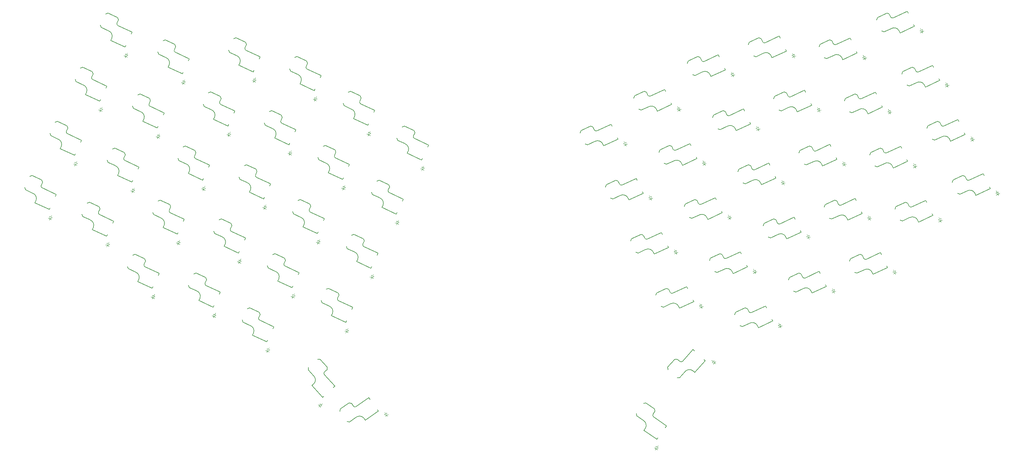
<source format=gbo>
%TF.GenerationSoftware,KiCad,Pcbnew,8.0.7*%
%TF.CreationDate,2024-12-17T03:41:54-05:00*%
%TF.ProjectId,choc,63686f63-2e6b-4696-9361-645f70636258,v1.0.0*%
%TF.SameCoordinates,Original*%
%TF.FileFunction,Legend,Bot*%
%TF.FilePolarity,Positive*%
%FSLAX46Y46*%
G04 Gerber Fmt 4.6, Leading zero omitted, Abs format (unit mm)*
G04 Created by KiCad (PCBNEW 8.0.7) date 2024-12-17 03:41:54*
%MOMM*%
%LPD*%
G01*
G04 APERTURE LIST*
G04 Aperture macros list*
%AMRotRect*
0 Rectangle, with rotation*
0 The origin of the aperture is its center*
0 $1 length*
0 $2 width*
0 $3 Rotation angle, in degrees counterclockwise*
0 Add horizontal line*
21,1,$1,$2,0,0,$3*%
G04 Aperture macros list end*
%ADD10C,0.150000*%
%ADD11C,0.100000*%
%ADD12R,1.752600X1.752600*%
%ADD13C,1.752600*%
%ADD14C,3.800000*%
%ADD15R,1.700000X1.700000*%
%ADD16O,1.700000X1.700000*%
%ADD17C,1.700000*%
%ADD18C,1.900000*%
%ADD19C,3.000000*%
%ADD20C,3.400000*%
%ADD21RotRect,2.600000X2.600000X25.000000*%
%ADD22RotRect,2.600000X2.600000X335.000000*%
%ADD23RotRect,0.900000X1.200000X115.000000*%
%ADD24RotRect,2.600000X2.600000X48.000000*%
%ADD25RotRect,0.900000X1.200000X65.000000*%
%ADD26RotRect,2.600000X2.600000X325.000000*%
%ADD27RotRect,0.900000X1.200000X125.000000*%
%ADD28RotRect,2.600000X2.600000X312.000000*%
%ADD29RotRect,0.900000X1.200000X55.000000*%
%ADD30RotRect,2.600000X2.600000X35.000000*%
%ADD31RotRect,0.900000X1.200000X42.000000*%
%ADD32RotRect,0.900000X1.200000X138.000000*%
G04 APERTURE END LIST*
D10*
%TO.C,S38*%
X311257105Y-147957510D02*
X311015259Y-148621971D01*
X313158886Y-152035893D02*
X312494423Y-151794049D01*
X313976027Y-146689653D02*
X311257105Y-147957510D01*
X314640490Y-146931498D02*
X313976027Y-146689653D01*
X314640490Y-146931498D02*
X315029298Y-147765301D01*
X315243392Y-151063869D02*
X313158886Y-152035893D01*
X315745698Y-148071197D02*
X319805956Y-146177868D01*
X317713877Y-152339297D02*
X317418047Y-151704879D01*
X319805956Y-146177868D02*
X320059527Y-146721652D01*
X321580953Y-149984361D02*
X321792261Y-150437515D01*
X321792261Y-150437515D02*
X317713877Y-152339297D01*
X315243392Y-151063869D02*
G75*
G02*
X317409595Y-151686755I771659J-1394543D01*
G01*
X315745698Y-148071197D02*
G75*
G02*
X315029300Y-147765300I-205251J511146D01*
G01*
%TO.C,S2*%
X83830406Y-112896089D02*
X83588562Y-112231627D01*
X85732188Y-108817704D02*
X85067725Y-109059549D01*
X85914914Y-113868111D02*
X83830406Y-112896089D01*
X86525878Y-116580439D02*
X86821711Y-115946024D01*
X88451112Y-110085560D02*
X85732188Y-108817704D01*
X88530310Y-112329246D02*
X92590568Y-114222575D01*
X88692956Y-110750022D02*
X88304146Y-111583825D01*
X88692956Y-110750022D02*
X88451112Y-110085560D01*
X90604262Y-118482221D02*
X86525878Y-116580439D01*
X90815571Y-118029067D02*
X90604262Y-118482221D01*
X92590568Y-114222575D02*
X92336996Y-114766359D01*
X85914914Y-113868111D02*
G75*
G02*
X86830162Y-115927896I-572266J-1487515D01*
G01*
X88530310Y-112329246D02*
G75*
G02*
X88304146Y-111583825I259628J485792D01*
G01*
%TO.C,S21*%
X152888131Y-135167831D02*
X152646287Y-134503369D01*
X154789913Y-131089446D02*
X154125450Y-131331291D01*
X154972639Y-136139853D02*
X152888131Y-135167831D01*
X155583603Y-138852181D02*
X155879436Y-138217766D01*
X157508837Y-132357302D02*
X154789913Y-131089446D01*
X157588035Y-134600988D02*
X161648293Y-136494317D01*
X157750681Y-133021764D02*
X157361871Y-133855567D01*
X157750681Y-133021764D02*
X157508837Y-132357302D01*
X159661987Y-140753963D02*
X155583603Y-138852181D01*
X159873296Y-140300809D02*
X159661987Y-140753963D01*
X161648293Y-136494317D02*
X161394721Y-137038101D01*
X154972639Y-136139853D02*
G75*
G02*
X155887887Y-138199638I-572266J-1487515D01*
G01*
X157588035Y-134600988D02*
G75*
G02*
X157361871Y-133855567I259628J485792D01*
G01*
%TO.C,S30*%
X340503240Y-125492797D02*
X340261394Y-126157258D01*
X342405021Y-129571180D02*
X341740558Y-129329336D01*
X343222162Y-124224940D02*
X340503240Y-125492797D01*
X343886625Y-124466785D02*
X343222162Y-124224940D01*
X343886625Y-124466785D02*
X344275433Y-125300588D01*
X344489527Y-128599156D02*
X342405021Y-129571180D01*
X344991833Y-125606484D02*
X349052091Y-123713155D01*
X346960012Y-129874584D02*
X346664182Y-129240166D01*
X349052091Y-123713155D02*
X349305662Y-124256939D01*
X350827088Y-127519648D02*
X351038396Y-127972802D01*
X351038396Y-127972802D02*
X346960012Y-129874584D01*
X344489527Y-128599156D02*
G75*
G02*
X346655730Y-129222042I771659J-1394543D01*
G01*
X344991833Y-125606484D02*
G75*
G02*
X344275435Y-125300587I-205251J511146D01*
G01*
D11*
%TO.C,D49*%
X283513274Y-151460790D02*
X284238322Y-151122696D01*
X283875797Y-151291744D02*
X283664488Y-150838590D01*
X284129368Y-151835528D02*
X283513274Y-151460790D01*
X284129368Y-151835528D02*
X283630899Y-152067970D01*
X284129368Y-151835528D02*
X284627839Y-151603089D01*
X284238322Y-151122696D02*
X284129368Y-151835528D01*
X284298416Y-152198052D02*
X284129368Y-151835528D01*
D10*
%TO.C,S6*%
X100143944Y-120503218D02*
X99902100Y-119838756D01*
X102045726Y-116424833D02*
X101381263Y-116666678D01*
X102228452Y-121475240D02*
X100143944Y-120503218D01*
X102839416Y-124187568D02*
X103135249Y-123553153D01*
X104764650Y-117692689D02*
X102045726Y-116424833D01*
X104843848Y-119936375D02*
X108904106Y-121829704D01*
X105006494Y-118357151D02*
X104617684Y-119190954D01*
X105006494Y-118357151D02*
X104764650Y-117692689D01*
X106917800Y-126089350D02*
X102839416Y-124187568D01*
X107129109Y-125636196D02*
X106917800Y-126089350D01*
X108904106Y-121829704D02*
X108650534Y-122373488D01*
X102228452Y-121475240D02*
G75*
G02*
X103143700Y-123535025I-572266J-1487515D01*
G01*
X104843848Y-119936375D02*
G75*
G02*
X104617684Y-119190954I259628J485792D01*
G01*
D11*
%TO.C,D50*%
X276328763Y-136053556D02*
X277053811Y-135715462D01*
X276691286Y-135884510D02*
X276479977Y-135431356D01*
X276944857Y-136428294D02*
X276328763Y-136053556D01*
X276944857Y-136428294D02*
X276446388Y-136660736D01*
X276944857Y-136428294D02*
X277443328Y-136195855D01*
X277053811Y-135715462D02*
X276944857Y-136428294D01*
X277113905Y-136790818D02*
X276944857Y-136428294D01*
D10*
%TO.C,S5*%
X92959438Y-135910451D02*
X92717594Y-135245989D01*
X94861220Y-131832066D02*
X94196757Y-132073911D01*
X95043946Y-136882473D02*
X92959438Y-135910451D01*
X95654910Y-139594801D02*
X95950743Y-138960386D01*
X97580144Y-133099922D02*
X94861220Y-131832066D01*
X97659342Y-135343608D02*
X101719600Y-137236937D01*
X97821988Y-133764384D02*
X97433178Y-134598187D01*
X97821988Y-133764384D02*
X97580144Y-133099922D01*
X99733294Y-141496583D02*
X95654910Y-139594801D01*
X99944603Y-141043429D02*
X99733294Y-141496583D01*
X101719600Y-137236937D02*
X101466028Y-137780721D01*
X95043946Y-136882473D02*
G75*
G02*
X95959194Y-138942258I-572266J-1487515D01*
G01*
X97659342Y-135343608D02*
G75*
G02*
X97433178Y-134598187I259628J485792D01*
G01*
D11*
%TO.C,D32*%
X338201981Y-98374580D02*
X338927029Y-98036486D01*
X338564504Y-98205534D02*
X338353195Y-97752380D01*
X338818075Y-98749318D02*
X338201981Y-98374580D01*
X338818075Y-98749318D02*
X338319606Y-98981760D01*
X338818075Y-98749318D02*
X339316546Y-98516879D01*
X338927029Y-98036486D02*
X338818075Y-98749318D01*
X338987123Y-99111842D02*
X338818075Y-98749318D01*
D10*
%TO.C,S57*%
X259332444Y-178777354D02*
X259369451Y-179483491D01*
X261339836Y-176547918D02*
X259332444Y-178777354D01*
X262045973Y-176510912D02*
X261339836Y-176547918D01*
X262045973Y-176510912D02*
X262729666Y-177126512D01*
X262676597Y-181788441D02*
X261970458Y-181825447D01*
X263508638Y-177128172D02*
X266506344Y-173798884D01*
X264215595Y-180079211D02*
X262676597Y-181788441D01*
X266506344Y-173798884D02*
X266952230Y-174200362D01*
X266988036Y-180287949D02*
X266467835Y-179819558D01*
X269627552Y-176609232D02*
X269999124Y-176943796D01*
X269999124Y-176943796D02*
X266988036Y-180287949D01*
X263508638Y-177128172D02*
G75*
G02*
X262729666Y-177126512I-388656J390316D01*
G01*
X264215595Y-180079211D02*
G75*
G02*
X266452971Y-179806177I1255205J-982169D01*
G01*
D11*
%TO.C,D17*%
X151582840Y-118505022D02*
X151751888Y-118142498D01*
X151642937Y-117429670D02*
X152367982Y-117767760D01*
X151751888Y-118142498D02*
X151253417Y-117910059D01*
X151751888Y-118142498D02*
X151642937Y-117429670D01*
X151751888Y-118142498D02*
X152250356Y-118374939D01*
X152005458Y-117598711D02*
X152216768Y-117145560D01*
X152367982Y-117767760D02*
X151751888Y-118142498D01*
D10*
%TO.C,S58*%
X250536857Y-192670994D02*
X250414071Y-191974628D01*
X252420905Y-193990221D02*
X250536857Y-192670994D01*
X252551597Y-196767435D02*
X252953098Y-196194027D01*
X253117950Y-188984810D02*
X252421586Y-189107597D01*
X255263788Y-192928890D02*
X258933589Y-195498514D01*
X255575407Y-190705539D02*
X253117950Y-188984810D01*
X255698194Y-191401903D02*
X255170504Y-192155523D01*
X255698194Y-191401903D02*
X255575407Y-190705539D01*
X256237781Y-199348527D02*
X252551597Y-196767435D01*
X256524569Y-198938952D02*
X256237781Y-199348527D01*
X258933589Y-195498514D02*
X258589444Y-195990005D01*
X252420905Y-193990221D02*
G75*
G02*
X252964572Y-196177646I-821875J-1365545D01*
G01*
X255263788Y-192928890D02*
G75*
G02*
X255170504Y-192155523I340043J433326D01*
G01*
D11*
%TO.C,D29*%
X178720703Y-192250104D02*
X179376025Y-191791243D01*
X179048363Y-192020674D02*
X178761576Y-191611095D01*
X179376025Y-191791243D02*
X179392512Y-192512166D01*
X179392512Y-192512166D02*
X178720703Y-192250104D01*
X179392512Y-192512166D02*
X178941976Y-192827631D01*
X179392512Y-192512166D02*
X179843043Y-192196697D01*
X179621940Y-192839827D02*
X179392512Y-192512166D01*
D10*
%TO.C,S17*%
X144815646Y-109887703D02*
X144573802Y-109223241D01*
X146717428Y-105809318D02*
X146052965Y-106051163D01*
X146900154Y-110859725D02*
X144815646Y-109887703D01*
X147511118Y-113572053D02*
X147806951Y-112937638D01*
X149436352Y-107077174D02*
X146717428Y-105809318D01*
X149515550Y-109320860D02*
X153575808Y-111214189D01*
X149678196Y-107741636D02*
X149289386Y-108575439D01*
X149678196Y-107741636D02*
X149436352Y-107077174D01*
X151589502Y-115473835D02*
X147511118Y-113572053D01*
X151800811Y-115020681D02*
X151589502Y-115473835D01*
X153575808Y-111214189D02*
X153322236Y-111757973D01*
X146900154Y-110859725D02*
G75*
G02*
X147815402Y-112919510I-572266J-1487515D01*
G01*
X149515550Y-109320860D02*
G75*
G02*
X149289386Y-108575439I259628J485792D01*
G01*
%TO.C,S49*%
X271445518Y-147764539D02*
X271203672Y-148429000D01*
X273347299Y-151842922D02*
X272682836Y-151601078D01*
X274164440Y-146496682D02*
X271445518Y-147764539D01*
X274828903Y-146738527D02*
X274164440Y-146496682D01*
X274828903Y-146738527D02*
X275217711Y-147572330D01*
X275431805Y-150870898D02*
X273347299Y-151842922D01*
X275934111Y-147878226D02*
X279994369Y-145984897D01*
X277902290Y-152146326D02*
X277606460Y-151511908D01*
X279994369Y-145984897D02*
X280247940Y-146528681D01*
X281769366Y-149791390D02*
X281980674Y-150244544D01*
X281980674Y-150244544D02*
X277902290Y-152146326D01*
X275431805Y-150870898D02*
G75*
G02*
X277598008Y-151493784I771659J-1394543D01*
G01*
X275934111Y-147878226D02*
G75*
G02*
X275217713Y-147572329I-205251J511146D01*
G01*
%TO.C,S45*%
X279518002Y-122484406D02*
X279276156Y-123148867D01*
X281419783Y-126562789D02*
X280755320Y-126320945D01*
X282236924Y-121216549D02*
X279518002Y-122484406D01*
X282901387Y-121458394D02*
X282236924Y-121216549D01*
X282901387Y-121458394D02*
X283290195Y-122292197D01*
X283504289Y-125590765D02*
X281419783Y-126562789D01*
X284006595Y-122598093D02*
X288066853Y-120704764D01*
X285974774Y-126866193D02*
X285678944Y-126231775D01*
X288066853Y-120704764D02*
X288320424Y-121248548D01*
X289841850Y-124511257D02*
X290053158Y-124964411D01*
X290053158Y-124964411D02*
X285974774Y-126866193D01*
X283504289Y-125590765D02*
G75*
G02*
X285670492Y-126213651I771659J-1394543D01*
G01*
X284006595Y-122598093D02*
G75*
G02*
X283290197Y-122292196I-205251J511146D01*
G01*
D11*
%TO.C,D43*%
X305954776Y-156995121D02*
X306679824Y-156657027D01*
X306317299Y-156826075D02*
X306105990Y-156372921D01*
X306570870Y-157369859D02*
X305954776Y-156995121D01*
X306570870Y-157369859D02*
X306072401Y-157602301D01*
X306570870Y-157369859D02*
X307069341Y-157137420D01*
X306679824Y-156657027D02*
X306570870Y-157369859D01*
X306739918Y-157732383D02*
X306570870Y-157369859D01*
%TO.C,D11*%
X127028248Y-128570894D02*
X127197296Y-128208370D01*
X127088345Y-127495542D02*
X127813390Y-127833632D01*
X127197296Y-128208370D02*
X126698825Y-127975931D01*
X127197296Y-128208370D02*
X127088345Y-127495542D01*
X127197296Y-128208370D02*
X127695764Y-128440811D01*
X127450866Y-127664583D02*
X127662176Y-127211432D01*
X127813390Y-127833632D02*
X127197296Y-128208370D01*
%TO.C,D22*%
X166839838Y-128377919D02*
X167008886Y-128015395D01*
X166899935Y-127302567D02*
X167624980Y-127640657D01*
X167008886Y-128015395D02*
X166510415Y-127782956D01*
X167008886Y-128015395D02*
X166899935Y-127302567D01*
X167008886Y-128015395D02*
X167507354Y-128247836D01*
X167262456Y-127471608D02*
X167473766Y-127018457D01*
X167624980Y-127640657D02*
X167008886Y-128015395D01*
D10*
%TO.C,S28*%
X157085848Y-179559015D02*
X157122853Y-178852876D01*
X158127452Y-184003681D02*
X158647655Y-183535292D01*
X158624848Y-181268248D02*
X157085848Y-179559015D01*
X160429999Y-176547926D02*
X159723864Y-176510920D01*
X161138536Y-187347833D02*
X158127452Y-184003681D01*
X161510112Y-187013269D02*
X161138536Y-187347833D01*
X161633615Y-180873629D02*
X164631319Y-184202921D01*
X162400384Y-179483499D02*
X161716689Y-180099099D01*
X162400384Y-179483499D02*
X162437390Y-178777361D01*
X162437390Y-178777361D02*
X160429999Y-176547926D01*
X164631319Y-184202921D02*
X164185432Y-184604396D01*
X158624848Y-181268248D02*
G75*
G02*
X158662515Y-183521907I-1107996J-1145663D01*
G01*
X161633615Y-180873629D02*
G75*
G02*
X161716691Y-180099101I428804J345726D01*
G01*
D11*
%TO.C,D1*%
X83413089Y-136920636D02*
X83582137Y-136558112D01*
X83473186Y-135845284D02*
X84198231Y-136183374D01*
X83582137Y-136558112D02*
X83083666Y-136325673D01*
X83582137Y-136558112D02*
X83473186Y-135845284D01*
X83582137Y-136558112D02*
X84080605Y-136790553D01*
X83835707Y-136014325D02*
X84047017Y-135561174D01*
X84198231Y-136183374D02*
X83582137Y-136558112D01*
%TO.C,D18*%
X158767352Y-103097789D02*
X158936400Y-102735265D01*
X158827449Y-102022437D02*
X159552494Y-102360527D01*
X158936400Y-102735265D02*
X158437929Y-102502826D01*
X158936400Y-102735265D02*
X158827449Y-102022437D01*
X158936400Y-102735265D02*
X159434868Y-102967706D01*
X159189970Y-102191478D02*
X159401280Y-101738327D01*
X159552494Y-102360527D02*
X158936400Y-102735265D01*
D10*
%TO.C,S35*%
X317005187Y-117692691D02*
X316763341Y-118357152D01*
X318906968Y-121771074D02*
X318242505Y-121529230D01*
X319724109Y-116424834D02*
X317005187Y-117692691D01*
X320388572Y-116666679D02*
X319724109Y-116424834D01*
X320388572Y-116666679D02*
X320777380Y-117500482D01*
X320991474Y-120799050D02*
X318906968Y-121771074D01*
X321493780Y-117806378D02*
X325554038Y-115913049D01*
X323461959Y-122074478D02*
X323166129Y-121440060D01*
X325554038Y-115913049D02*
X325807609Y-116456833D01*
X327329035Y-119719542D02*
X327540343Y-120172696D01*
X327540343Y-120172696D02*
X323461959Y-122074478D01*
X320991474Y-120799050D02*
G75*
G02*
X323157677Y-121421936I771659J-1394543D01*
G01*
X321493780Y-117806378D02*
G75*
G02*
X320777382Y-117500481I-205251J511146D01*
G01*
D11*
%TO.C,D15*%
X137213823Y-149319479D02*
X137382871Y-148956955D01*
X137273920Y-148244127D02*
X137998965Y-148582217D01*
X137382871Y-148956955D02*
X136884400Y-148724516D01*
X137382871Y-148956955D02*
X137273920Y-148244127D01*
X137382871Y-148956955D02*
X137881339Y-149189396D01*
X137636441Y-148413168D02*
X137847751Y-147960017D01*
X137998965Y-148582217D02*
X137382871Y-148956955D01*
%TO.C,D26*%
X182096836Y-138250815D02*
X182265884Y-137888291D01*
X182156933Y-137175463D02*
X182881978Y-137513553D01*
X182265884Y-137888291D02*
X181767413Y-137655852D01*
X182265884Y-137888291D02*
X182156933Y-137175463D01*
X182265884Y-137888291D02*
X182764352Y-138120732D01*
X182519454Y-137344504D02*
X182730764Y-136891353D01*
X182881978Y-137513553D02*
X182265884Y-137888291D01*
D10*
%TO.C,S40*%
X296888086Y-117143050D02*
X296646240Y-117807511D01*
X298789867Y-121221433D02*
X298125404Y-120979589D01*
X299607008Y-115875193D02*
X296888086Y-117143050D01*
X300271471Y-116117038D02*
X299607008Y-115875193D01*
X300271471Y-116117038D02*
X300660279Y-116950841D01*
X300874373Y-120249409D02*
X298789867Y-121221433D01*
X301376679Y-117256737D02*
X305436937Y-115363408D01*
X303344858Y-121524837D02*
X303049028Y-120890419D01*
X305436937Y-115363408D02*
X305690508Y-115907192D01*
X307211934Y-119169901D02*
X307423242Y-119623055D01*
X307423242Y-119623055D02*
X303344858Y-121524837D01*
X300874373Y-120249409D02*
G75*
G02*
X303040576Y-120872295I771659J-1394543D01*
G01*
X301376679Y-117256737D02*
G75*
G02*
X300660281Y-116950840I-205251J511146D01*
G01*
%TO.C,S50*%
X264261005Y-132357309D02*
X264019159Y-133021770D01*
X266162786Y-136435692D02*
X265498323Y-136193848D01*
X266979927Y-131089452D02*
X264261005Y-132357309D01*
X267644390Y-131331297D02*
X266979927Y-131089452D01*
X267644390Y-131331297D02*
X268033198Y-132165100D01*
X268247292Y-135463668D02*
X266162786Y-136435692D01*
X268749598Y-132470996D02*
X272809856Y-130577667D01*
X270717777Y-136739096D02*
X270421947Y-136104678D01*
X272809856Y-130577667D02*
X273063427Y-131121451D01*
X274584853Y-134384160D02*
X274796161Y-134837314D01*
X274796161Y-134837314D02*
X270717777Y-136739096D01*
X268247292Y-135463668D02*
G75*
G02*
X270413495Y-136086554I771659J-1394543D01*
G01*
X268749598Y-132470996D02*
G75*
G02*
X268033200Y-132165099I-205251J511146D01*
G01*
D11*
%TO.C,D42*%
X294586823Y-90024831D02*
X295311871Y-89686737D01*
X294949346Y-89855785D02*
X294738037Y-89402631D01*
X295202917Y-90399569D02*
X294586823Y-90024831D01*
X295202917Y-90399569D02*
X294704448Y-90632011D01*
X295202917Y-90399569D02*
X295701388Y-90167130D01*
X295311871Y-89686737D02*
X295202917Y-90399569D01*
X295371965Y-90762093D02*
X295202917Y-90399569D01*
D10*
%TO.C,S44*%
X286702511Y-137891640D02*
X286460665Y-138556101D01*
X288604292Y-141970023D02*
X287939829Y-141728179D01*
X289421433Y-136623783D02*
X286702511Y-137891640D01*
X290085896Y-136865628D02*
X289421433Y-136623783D01*
X290085896Y-136865628D02*
X290474704Y-137699431D01*
X290688798Y-140997999D02*
X288604292Y-141970023D01*
X291191104Y-138005327D02*
X295251362Y-136111998D01*
X293159283Y-142273427D02*
X292863453Y-141639009D01*
X295251362Y-136111998D02*
X295504933Y-136655782D01*
X297026359Y-139918491D02*
X297237667Y-140371645D01*
X297237667Y-140371645D02*
X293159283Y-142273427D01*
X290688798Y-140997999D02*
G75*
G02*
X292855001Y-141620885I771659J-1394543D01*
G01*
X291191104Y-138005327D02*
G75*
G02*
X290474706Y-137699430I-205251J511146D01*
G01*
D11*
%TO.C,D27*%
X189281345Y-122843586D02*
X189450393Y-122481062D01*
X189341442Y-121768234D02*
X190066487Y-122106324D01*
X189450393Y-122481062D02*
X188951922Y-122248623D01*
X189450393Y-122481062D02*
X189341442Y-121768234D01*
X189450393Y-122481062D02*
X189948861Y-122713503D01*
X189703963Y-121937275D02*
X189915273Y-121484124D01*
X190066487Y-122106324D02*
X189450393Y-122481062D01*
D10*
%TO.C,S18*%
X152000154Y-94480471D02*
X151758310Y-93816009D01*
X153901936Y-90402086D02*
X153237473Y-90643931D01*
X154084662Y-95452493D02*
X152000154Y-94480471D01*
X154695626Y-98164821D02*
X154991459Y-97530406D01*
X156620860Y-91669942D02*
X153901936Y-90402086D01*
X156700058Y-93913628D02*
X160760316Y-95806957D01*
X156862704Y-92334404D02*
X156473894Y-93168207D01*
X156862704Y-92334404D02*
X156620860Y-91669942D01*
X158774010Y-100066603D02*
X154695626Y-98164821D01*
X158985319Y-99613449D02*
X158774010Y-100066603D01*
X160760316Y-95806957D02*
X160506744Y-96350741D01*
X154084662Y-95452493D02*
G75*
G02*
X154999910Y-97512278I-572266J-1487515D01*
G01*
X156700058Y-93913628D02*
G75*
G02*
X156473894Y-93168207I259628J485792D01*
G01*
D11*
%TO.C,D6*%
X106911143Y-129120538D02*
X107080191Y-128758014D01*
X106971240Y-128045186D02*
X107696285Y-128383276D01*
X107080191Y-128758014D02*
X106581720Y-128525575D01*
X107080191Y-128758014D02*
X106971240Y-128045186D01*
X107080191Y-128758014D02*
X107578659Y-128990455D01*
X107333761Y-128214227D02*
X107545071Y-127761076D01*
X107696285Y-128383276D02*
X107080191Y-128758014D01*
%TO.C,D16*%
X144398338Y-133912254D02*
X144567386Y-133549730D01*
X144458435Y-132836902D02*
X145183480Y-133174992D01*
X144567386Y-133549730D02*
X144068915Y-133317291D01*
X144567386Y-133549730D02*
X144458435Y-132836902D01*
X144567386Y-133549730D02*
X145065854Y-133782171D01*
X144820956Y-133005943D02*
X145032266Y-132552792D01*
X145183480Y-133174992D02*
X144567386Y-133549730D01*
D10*
%TO.C,S8*%
X114512968Y-89688750D02*
X114271124Y-89024288D01*
X116414750Y-85610365D02*
X115750287Y-85852210D01*
X116597476Y-90660772D02*
X114512968Y-89688750D01*
X117208440Y-93373100D02*
X117504273Y-92738685D01*
X119133674Y-86878221D02*
X116414750Y-85610365D01*
X119212872Y-89121907D02*
X123273130Y-91015236D01*
X119375518Y-87542683D02*
X118986708Y-88376486D01*
X119375518Y-87542683D02*
X119133674Y-86878221D01*
X121286824Y-95274882D02*
X117208440Y-93373100D01*
X121498133Y-94821728D02*
X121286824Y-95274882D01*
X123273130Y-91015236D02*
X123019558Y-91559020D01*
X116597476Y-90660772D02*
G75*
G02*
X117512724Y-92720557I-572266J-1487515D01*
G01*
X119212872Y-89121907D02*
G75*
G02*
X118986708Y-88376486I259628J485792D01*
G01*
D11*
%TO.C,D56*%
X246702751Y-115111995D02*
X247427799Y-114773901D01*
X247065274Y-114942949D02*
X246853965Y-114489795D01*
X247318845Y-115486733D02*
X246702751Y-115111995D01*
X247318845Y-115486733D02*
X246820376Y-115719175D01*
X247318845Y-115486733D02*
X247817316Y-115254294D01*
X247427799Y-114773901D02*
X247318845Y-115486733D01*
X247487893Y-115849257D02*
X247318845Y-115486733D01*
%TO.C,D3*%
X97782113Y-106106173D02*
X97951161Y-105743649D01*
X97842210Y-105030821D02*
X98567255Y-105368911D01*
X97951161Y-105743649D02*
X97452690Y-105511210D01*
X97951161Y-105743649D02*
X97842210Y-105030821D01*
X97951161Y-105743649D02*
X98449629Y-105976090D01*
X98204731Y-105199862D02*
X98416041Y-104746711D01*
X98567255Y-105368911D02*
X97951161Y-105743649D01*
%TO.C,D53*%
X268256279Y-161333692D02*
X268981327Y-160995598D01*
X268618802Y-161164646D02*
X268407493Y-160711492D01*
X268872373Y-161708430D02*
X268256279Y-161333692D01*
X268872373Y-161708430D02*
X268373904Y-161940872D01*
X268872373Y-161708430D02*
X269370844Y-161475991D01*
X268981327Y-160995598D02*
X268872373Y-161708430D01*
X269041421Y-162070954D02*
X268872373Y-161708430D01*
D10*
%TO.C,S23*%
X167257149Y-104353369D02*
X167015305Y-103688907D01*
X169158931Y-100274984D02*
X168494468Y-100516829D01*
X169341657Y-105325391D02*
X167257149Y-104353369D01*
X169952621Y-108037719D02*
X170248454Y-107403304D01*
X171877855Y-101542840D02*
X169158931Y-100274984D01*
X171957053Y-103786526D02*
X176017311Y-105679855D01*
X172119699Y-102207302D02*
X171730889Y-103041105D01*
X172119699Y-102207302D02*
X171877855Y-101542840D01*
X174031005Y-109939501D02*
X169952621Y-108037719D01*
X174242314Y-109486347D02*
X174031005Y-109939501D01*
X176017311Y-105679855D02*
X175763739Y-106223639D01*
X169341657Y-105325391D02*
G75*
G02*
X170256905Y-107385176I-572266J-1487515D01*
G01*
X171957053Y-103786526D02*
G75*
G02*
X171730889Y-103041105I259628J485792D01*
G01*
%TO.C,S56*%
X234634990Y-111415740D02*
X234393144Y-112080201D01*
X236536771Y-115494123D02*
X235872308Y-115252279D01*
X237353912Y-110147883D02*
X234634990Y-111415740D01*
X238018375Y-110389728D02*
X237353912Y-110147883D01*
X238018375Y-110389728D02*
X238407183Y-111223531D01*
X238621277Y-114522099D02*
X236536771Y-115494123D01*
X239123583Y-111529427D02*
X243183841Y-109636098D01*
X241091762Y-115797527D02*
X240795932Y-115163109D01*
X243183841Y-109636098D02*
X243437412Y-110179882D01*
X244958838Y-113442591D02*
X245170146Y-113895745D01*
X245170146Y-113895745D02*
X241091762Y-115797527D01*
X238621277Y-114522099D02*
G75*
G02*
X240787480Y-115144985I771659J-1394543D01*
G01*
X239123583Y-111529427D02*
G75*
G02*
X238407185Y-111223530I-205251J511146D01*
G01*
D11*
%TO.C,D4*%
X104966623Y-90698945D02*
X105135671Y-90336421D01*
X105026720Y-89623593D02*
X105751765Y-89961683D01*
X105135671Y-90336421D02*
X104637200Y-90103982D01*
X105135671Y-90336421D02*
X105026720Y-89623593D01*
X105135671Y-90336421D02*
X105634139Y-90568862D01*
X105389241Y-89792634D02*
X105600551Y-89339483D01*
X105751765Y-89961683D02*
X105135671Y-90336421D01*
%TO.C,D30*%
X352570997Y-129189043D02*
X353296045Y-128850949D01*
X352933520Y-129019997D02*
X352722211Y-128566843D01*
X353187091Y-129563781D02*
X352570997Y-129189043D01*
X353187091Y-129563781D02*
X352688622Y-129796223D01*
X353187091Y-129563781D02*
X353685562Y-129331342D01*
X353296045Y-128850949D02*
X353187091Y-129563781D01*
X353356139Y-129926305D02*
X353187091Y-129563781D01*
%TO.C,D25*%
X174912322Y-153658053D02*
X175081370Y-153295529D01*
X174972419Y-152582701D02*
X175697464Y-152920791D01*
X175081370Y-153295529D02*
X174582899Y-153063090D01*
X175081370Y-153295529D02*
X174972419Y-152582701D01*
X175081370Y-153295529D02*
X175579838Y-153527970D01*
X175334940Y-152751742D02*
X175546250Y-152298591D01*
X175697464Y-152920791D02*
X175081370Y-153295529D01*
%TO.C,D40*%
X308955847Y-120839297D02*
X309680895Y-120501203D01*
X309318370Y-120670251D02*
X309107061Y-120217097D01*
X309571941Y-121214035D02*
X308955847Y-120839297D01*
X309571941Y-121214035D02*
X309073472Y-121446477D01*
X309571941Y-121214035D02*
X310070412Y-120981596D01*
X309680895Y-120501203D02*
X309571941Y-121214035D01*
X309740989Y-121576559D02*
X309571941Y-121214035D01*
D10*
%TO.C,S41*%
X289703578Y-101735814D02*
X289461732Y-102400275D01*
X291605359Y-105814197D02*
X290940896Y-105572353D01*
X292422500Y-100467957D02*
X289703578Y-101735814D01*
X293086963Y-100709802D02*
X292422500Y-100467957D01*
X293086963Y-100709802D02*
X293475771Y-101543605D01*
X293689865Y-104842173D02*
X291605359Y-105814197D01*
X294192171Y-101849501D02*
X298252429Y-99956172D01*
X296160350Y-106117601D02*
X295864520Y-105483183D01*
X298252429Y-99956172D02*
X298506000Y-100499956D01*
X300027426Y-103762665D02*
X300238734Y-104215819D01*
X300238734Y-104215819D02*
X296160350Y-106117601D01*
X293689865Y-104842173D02*
G75*
G02*
X295856068Y-105465059I771659J-1394543D01*
G01*
X294192171Y-101849501D02*
G75*
G02*
X293475773Y-101543604I-205251J511146D01*
G01*
%TO.C,S4*%
X98199424Y-82081621D02*
X97957580Y-81417159D01*
X100101206Y-78003236D02*
X99436743Y-78245081D01*
X100283932Y-83053643D02*
X98199424Y-82081621D01*
X100894896Y-85765971D02*
X101190729Y-85131556D01*
X102820130Y-79271092D02*
X100101206Y-78003236D01*
X102899328Y-81514778D02*
X106959586Y-83408107D01*
X103061974Y-79935554D02*
X102673164Y-80769357D01*
X103061974Y-79935554D02*
X102820130Y-79271092D01*
X104973280Y-87667753D02*
X100894896Y-85765971D01*
X105184589Y-87214599D02*
X104973280Y-87667753D01*
X106959586Y-83408107D02*
X106706014Y-83951891D01*
X100283932Y-83053643D02*
G75*
G02*
X101199180Y-85113428I-572266J-1487515D01*
G01*
X102899328Y-81514778D02*
G75*
G02*
X102673164Y-80769357I259628J485792D01*
G01*
%TO.C,S51*%
X257076491Y-116950079D02*
X256834645Y-117614540D01*
X258978272Y-121028462D02*
X258313809Y-120786618D01*
X259795413Y-115682222D02*
X257076491Y-116950079D01*
X260459876Y-115924067D02*
X259795413Y-115682222D01*
X260459876Y-115924067D02*
X260848684Y-116757870D01*
X261062778Y-120056438D02*
X258978272Y-121028462D01*
X261565084Y-117063766D02*
X265625342Y-115170437D01*
X263533263Y-121331866D02*
X263237433Y-120697448D01*
X265625342Y-115170437D02*
X265878913Y-115714221D01*
X267400339Y-118976930D02*
X267611647Y-119430084D01*
X267611647Y-119430084D02*
X263533263Y-121331866D01*
X261062778Y-120056438D02*
G75*
G02*
X263228981Y-120679324I771659J-1394543D01*
G01*
X261565084Y-117063766D02*
G75*
G02*
X260848686Y-116757869I-205251J511146D01*
G01*
D11*
%TO.C,D8*%
X121280164Y-98306078D02*
X121449212Y-97943554D01*
X121340261Y-97230726D02*
X122065306Y-97568816D01*
X121449212Y-97943554D02*
X120950741Y-97711115D01*
X121449212Y-97943554D02*
X121340261Y-97230726D01*
X121449212Y-97943554D02*
X121947680Y-98175995D01*
X121702782Y-97399767D02*
X121914092Y-96946616D01*
X122065306Y-97568816D02*
X121449212Y-97943554D01*
%TO.C,D14*%
X130029316Y-164726718D02*
X130198364Y-164364194D01*
X130089413Y-163651366D02*
X130814458Y-163989456D01*
X130198364Y-164364194D02*
X129699893Y-164131755D01*
X130198364Y-164364194D02*
X130089413Y-163651366D01*
X130198364Y-164364194D02*
X130696832Y-164596635D01*
X130451934Y-163820407D02*
X130663244Y-163367256D01*
X130814458Y-163989456D02*
X130198364Y-164364194D01*
%TO.C,D31*%
X345386493Y-113781812D02*
X346111541Y-113443718D01*
X345749016Y-113612766D02*
X345537707Y-113159612D01*
X346002587Y-114156550D02*
X345386493Y-113781812D01*
X346002587Y-114156550D02*
X345504118Y-114388992D01*
X346002587Y-114156550D02*
X346501058Y-113924111D01*
X346111541Y-113443718D02*
X346002587Y-114156550D01*
X346171635Y-114519074D02*
X346002587Y-114156550D01*
%TO.C,D51*%
X269144255Y-120646322D02*
X269869303Y-120308228D01*
X269506778Y-120477276D02*
X269295469Y-120024122D01*
X269760349Y-121021060D02*
X269144255Y-120646322D01*
X269760349Y-121021060D02*
X269261880Y-121253502D01*
X269760349Y-121021060D02*
X270258820Y-120788621D01*
X269869303Y-120308228D02*
X269760349Y-121021060D01*
X269929397Y-121383584D02*
X269760349Y-121021060D01*
D10*
%TO.C,S22*%
X160072640Y-119760601D02*
X159830796Y-119096139D01*
X161974422Y-115682216D02*
X161309959Y-115924061D01*
X162157148Y-120732623D02*
X160072640Y-119760601D01*
X162768112Y-123444951D02*
X163063945Y-122810536D01*
X164693346Y-116950072D02*
X161974422Y-115682216D01*
X164772544Y-119193758D02*
X168832802Y-121087087D01*
X164935190Y-117614534D02*
X164546380Y-118448337D01*
X164935190Y-117614534D02*
X164693346Y-116950072D01*
X166846496Y-125346733D02*
X162768112Y-123444951D01*
X167057805Y-124893579D02*
X166846496Y-125346733D01*
X168832802Y-121087087D02*
X168579230Y-121630871D01*
X162157148Y-120732623D02*
G75*
G02*
X163072396Y-122792408I-572266J-1487515D01*
G01*
X164772544Y-119193758D02*
G75*
G02*
X164546380Y-118448337I259628J485792D01*
G01*
D11*
%TO.C,D36*%
X321888439Y-105981712D02*
X322613487Y-105643618D01*
X322250962Y-105812666D02*
X322039653Y-105359512D01*
X322504533Y-106356450D02*
X321888439Y-105981712D01*
X322504533Y-106356450D02*
X322006064Y-106588892D01*
X322504533Y-106356450D02*
X323003004Y-106124011D01*
X322613487Y-105643618D02*
X322504533Y-106356450D01*
X322673581Y-106718974D02*
X322504533Y-106356450D01*
D10*
%TO.C,S19*%
X138519104Y-165982300D02*
X138277260Y-165317838D01*
X140420886Y-161903915D02*
X139756423Y-162145760D01*
X140603612Y-166954322D02*
X138519104Y-165982300D01*
X141214576Y-169666650D02*
X141510409Y-169032235D01*
X143139810Y-163171771D02*
X140420886Y-161903915D01*
X143219008Y-165415457D02*
X147279266Y-167308786D01*
X143381654Y-163836233D02*
X142992844Y-164670036D01*
X143381654Y-163836233D02*
X143139810Y-163171771D01*
X145292960Y-171568432D02*
X141214576Y-169666650D01*
X145504269Y-171115278D02*
X145292960Y-171568432D01*
X147279266Y-167308786D02*
X147025694Y-167852570D01*
X140603612Y-166954322D02*
G75*
G02*
X141518860Y-169014107I-572266J-1487515D01*
G01*
X143219008Y-165415457D02*
G75*
G02*
X142992844Y-164670036I259628J485792D01*
G01*
D11*
%TO.C,D54*%
X261071769Y-145926456D02*
X261796817Y-145588362D01*
X261434292Y-145757410D02*
X261222983Y-145304256D01*
X261687863Y-146301194D02*
X261071769Y-145926456D01*
X261687863Y-146301194D02*
X261189394Y-146533636D01*
X261687863Y-146301194D02*
X262186334Y-146068755D01*
X261796817Y-145588362D02*
X261687863Y-146301194D01*
X261856911Y-146663718D02*
X261687863Y-146301194D01*
D10*
%TO.C,S16*%
X137631136Y-125294939D02*
X137389292Y-124630477D01*
X139532918Y-121216554D02*
X138868455Y-121458399D01*
X139715644Y-126266961D02*
X137631136Y-125294939D01*
X140326608Y-128979289D02*
X140622441Y-128344874D01*
X142251842Y-122484410D02*
X139532918Y-121216554D01*
X142331040Y-124728096D02*
X146391298Y-126621425D01*
X142493686Y-123148872D02*
X142104876Y-123982675D01*
X142493686Y-123148872D02*
X142251842Y-122484410D01*
X144404992Y-130881071D02*
X140326608Y-128979289D01*
X144616301Y-130427917D02*
X144404992Y-130881071D01*
X146391298Y-126621425D02*
X146137726Y-127165209D01*
X139715644Y-126266961D02*
G75*
G02*
X140630892Y-128326746I-572266J-1487515D01*
G01*
X142331040Y-124728096D02*
G75*
G02*
X142104876Y-123982675I259628J485792D01*
G01*
D11*
%TO.C,D24*%
X167727812Y-169065279D02*
X167896860Y-168702755D01*
X167787909Y-167989927D02*
X168512954Y-168328017D01*
X167896860Y-168702755D02*
X167398389Y-168470316D01*
X167896860Y-168702755D02*
X167787909Y-167989927D01*
X167896860Y-168702755D02*
X168395328Y-168935196D01*
X168150430Y-168158968D02*
X168361740Y-167705817D01*
X168512954Y-168328017D02*
X167896860Y-168702755D01*
D10*
%TO.C,S9*%
X105892033Y-150768046D02*
X105650189Y-150103584D01*
X107793815Y-146689661D02*
X107129352Y-146931506D01*
X107976541Y-151740068D02*
X105892033Y-150768046D01*
X108587505Y-154452396D02*
X108883338Y-153817981D01*
X110512739Y-147957517D02*
X107793815Y-146689661D01*
X110591937Y-150201203D02*
X114652195Y-152094532D01*
X110754583Y-148621979D02*
X110365773Y-149455782D01*
X110754583Y-148621979D02*
X110512739Y-147957517D01*
X112665889Y-156354178D02*
X108587505Y-154452396D01*
X112877198Y-155901024D02*
X112665889Y-156354178D01*
X114652195Y-152094532D02*
X114398623Y-152638316D01*
X107976541Y-151740068D02*
G75*
G02*
X108891789Y-153799853I-572266J-1487515D01*
G01*
X110591937Y-150201203D02*
G75*
G02*
X110365773Y-149455782I259628J485792D01*
G01*
D11*
%TO.C,D58*%
X255704867Y-202332509D02*
X255934297Y-202004852D01*
X255934297Y-202004852D02*
X255483766Y-201689380D01*
X255934297Y-202004852D02*
X255950785Y-201283925D01*
X255934297Y-202004852D02*
X256384833Y-202320314D01*
X255950785Y-201283925D02*
X256606104Y-201742788D01*
X256278446Y-201513357D02*
X256565235Y-201103779D01*
X256606104Y-201742788D02*
X255934297Y-202004852D01*
%TO.C,D19*%
X145286308Y-174599612D02*
X145455356Y-174237088D01*
X145346405Y-173524260D02*
X146071450Y-173862350D01*
X145455356Y-174237088D02*
X144956885Y-174004649D01*
X145455356Y-174237088D02*
X145346405Y-173524260D01*
X145455356Y-174237088D02*
X145953824Y-174469529D01*
X145708926Y-173693301D02*
X145920236Y-173240150D01*
X146071450Y-173862350D02*
X145455356Y-174237088D01*
D10*
%TO.C,S26*%
X175329631Y-129633499D02*
X175087787Y-128969037D01*
X177231413Y-125555114D02*
X176566950Y-125796959D01*
X177414139Y-130605521D02*
X175329631Y-129633499D01*
X178025103Y-133317849D02*
X178320936Y-132683434D01*
X179950337Y-126822970D02*
X177231413Y-125555114D01*
X180029535Y-129066656D02*
X184089793Y-130959985D01*
X180192181Y-127487432D02*
X179803371Y-128321235D01*
X180192181Y-127487432D02*
X179950337Y-126822970D01*
X182103487Y-135219631D02*
X178025103Y-133317849D01*
X182314796Y-134766477D02*
X182103487Y-135219631D01*
X184089793Y-130959985D02*
X183836221Y-131503769D01*
X177414139Y-130605521D02*
G75*
G02*
X178329387Y-132665306I-572266J-1487515D01*
G01*
X180029535Y-129066656D02*
G75*
G02*
X179803371Y-128321235I259628J485792D01*
G01*
%TO.C,S29*%
X166194430Y-190705543D02*
X166071641Y-191401908D01*
X168651888Y-188984814D02*
X166194430Y-190705543D01*
X168775524Y-194391727D02*
X168079160Y-194268938D01*
X169348252Y-189107602D02*
X168651888Y-188984814D01*
X169348252Y-189107602D02*
X169875941Y-189861221D01*
X170634574Y-190038070D02*
X174304374Y-187468446D01*
X170659574Y-193072501D02*
X168775524Y-194391727D01*
X173314001Y-193899555D02*
X172912499Y-193326149D01*
X174304374Y-187468446D02*
X174648522Y-187959937D01*
X176713392Y-190908885D02*
X177000185Y-191318460D01*
X177000185Y-191318460D02*
X173314001Y-193899555D01*
X170634574Y-190038070D02*
G75*
G02*
X169875942Y-189861220I-290891J467742D01*
G01*
X170659574Y-193072501D02*
G75*
G02*
X172901025Y-193309767I1002092J-1239366D01*
G01*
%TO.C,S39*%
X304072598Y-132550279D02*
X303830752Y-133214740D01*
X305974379Y-136628662D02*
X305309916Y-136386818D01*
X306791520Y-131282422D02*
X304072598Y-132550279D01*
X307455983Y-131524267D02*
X306791520Y-131282422D01*
X307455983Y-131524267D02*
X307844791Y-132358070D01*
X308058885Y-135656638D02*
X305974379Y-136628662D01*
X308561191Y-132663966D02*
X312621449Y-130770637D01*
X310529370Y-136932066D02*
X310233540Y-136297648D01*
X312621449Y-130770637D02*
X312875020Y-131314421D01*
X314396446Y-134577130D02*
X314607754Y-135030284D01*
X314607754Y-135030284D02*
X310529370Y-136932066D01*
X308058885Y-135656638D02*
G75*
G02*
X310225088Y-136279524I771659J-1394543D01*
G01*
X308561191Y-132663966D02*
G75*
G02*
X307844793Y-132358069I-205251J511146D01*
G01*
D11*
%TO.C,D12*%
X134212758Y-113163663D02*
X134381806Y-112801139D01*
X134272855Y-112088311D02*
X134997900Y-112426401D01*
X134381806Y-112801139D02*
X133883335Y-112568700D01*
X134381806Y-112801139D02*
X134272855Y-112088311D01*
X134381806Y-112801139D02*
X134880274Y-113033580D01*
X134635376Y-112257352D02*
X134846686Y-111804201D01*
X134997900Y-112426401D02*
X134381806Y-112801139D01*
%TO.C,D46*%
X284401245Y-110773427D02*
X285126293Y-110435333D01*
X284763768Y-110604381D02*
X284552459Y-110151227D01*
X285017339Y-111148165D02*
X284401245Y-110773427D01*
X285017339Y-111148165D02*
X284518870Y-111380607D01*
X285017339Y-111148165D02*
X285515810Y-110915726D01*
X285126293Y-110435333D02*
X285017339Y-111148165D01*
X285186387Y-111510689D02*
X285017339Y-111148165D01*
%TO.C,D23*%
X174024344Y-112970687D02*
X174193392Y-112608163D01*
X174084441Y-111895335D02*
X174809486Y-112233425D01*
X174193392Y-112608163D02*
X173694921Y-112375724D01*
X174193392Y-112608163D02*
X174084441Y-111895335D01*
X174193392Y-112608163D02*
X174691860Y-112840604D01*
X174446962Y-112064376D02*
X174658272Y-111611225D01*
X174809486Y-112233425D02*
X174193392Y-112608163D01*
D10*
%TO.C,S34*%
X324189701Y-133099918D02*
X323947855Y-133764379D01*
X326091482Y-137178301D02*
X325427019Y-136936457D01*
X326908623Y-131832061D02*
X324189701Y-133099918D01*
X327573086Y-132073906D02*
X326908623Y-131832061D01*
X327573086Y-132073906D02*
X327961894Y-132907709D01*
X328175988Y-136206277D02*
X326091482Y-137178301D01*
X328678294Y-133213605D02*
X332738552Y-131320276D01*
X330646473Y-137481705D02*
X330350643Y-136847287D01*
X332738552Y-131320276D02*
X332992123Y-131864060D01*
X334513549Y-135126769D02*
X334724857Y-135579923D01*
X334724857Y-135579923D02*
X330646473Y-137481705D01*
X328175988Y-136206277D02*
G75*
G02*
X330342191Y-136829163I771659J-1394543D01*
G01*
X328678294Y-133213605D02*
G75*
G02*
X327961896Y-132907708I-205251J511146D01*
G01*
%TO.C,S25*%
X168145126Y-145040735D02*
X167903282Y-144376273D01*
X170046908Y-140962350D02*
X169382445Y-141204195D01*
X170229634Y-146012757D02*
X168145126Y-145040735D01*
X170840598Y-148725085D02*
X171136431Y-148090670D01*
X172765832Y-142230206D02*
X170046908Y-140962350D01*
X172845030Y-144473892D02*
X176905288Y-146367221D01*
X173007676Y-142894668D02*
X172618866Y-143728471D01*
X173007676Y-142894668D02*
X172765832Y-142230206D01*
X174918982Y-150626867D02*
X170840598Y-148725085D01*
X175130291Y-150173713D02*
X174918982Y-150626867D01*
X176905288Y-146367221D02*
X176651716Y-146911005D01*
X170229634Y-146012757D02*
G75*
G02*
X171144882Y-148072542I-572266J-1487515D01*
G01*
X172845030Y-144473892D02*
G75*
G02*
X172618866Y-143728471I259628J485792D01*
G01*
%TO.C,S42*%
X282519062Y-86328586D02*
X282277216Y-86993047D01*
X284420843Y-90406969D02*
X283756380Y-90165125D01*
X285237984Y-85060729D02*
X282519062Y-86328586D01*
X285902447Y-85302574D02*
X285237984Y-85060729D01*
X285902447Y-85302574D02*
X286291255Y-86136377D01*
X286505349Y-89434945D02*
X284420843Y-90406969D01*
X287007655Y-86442273D02*
X291067913Y-84548944D01*
X288975834Y-90710373D02*
X288680004Y-90075955D01*
X291067913Y-84548944D02*
X291321484Y-85092728D01*
X292842910Y-88355437D02*
X293054218Y-88808591D01*
X293054218Y-88808591D02*
X288975834Y-90710373D01*
X286505349Y-89434945D02*
G75*
G02*
X288671552Y-90057831I771659J-1394543D01*
G01*
X287007655Y-86442273D02*
G75*
G02*
X286291257Y-86136376I-205251J511146D01*
G01*
D11*
%TO.C,D10*%
X119843736Y-143978135D02*
X120012784Y-143615611D01*
X119903833Y-142902783D02*
X120628878Y-143240873D01*
X120012784Y-143615611D02*
X119514313Y-143383172D01*
X120012784Y-143615611D02*
X119903833Y-142902783D01*
X120012784Y-143615611D02*
X120511252Y-143848052D01*
X120266354Y-143071824D02*
X120477664Y-142618673D01*
X120628878Y-143240873D02*
X120012784Y-143615611D01*
D10*
%TO.C,S52*%
X249891983Y-101542846D02*
X249650137Y-102207307D01*
X251793764Y-105621229D02*
X251129301Y-105379385D01*
X252610905Y-100274989D02*
X249891983Y-101542846D01*
X253275368Y-100516834D02*
X252610905Y-100274989D01*
X253275368Y-100516834D02*
X253664176Y-101350637D01*
X253878270Y-104649205D02*
X251793764Y-105621229D01*
X254380576Y-101656533D02*
X258440834Y-99763204D01*
X256348755Y-105924633D02*
X256052925Y-105290215D01*
X258440834Y-99763204D02*
X258694405Y-100306988D01*
X260215831Y-103569697D02*
X260427139Y-104022851D01*
X260427139Y-104022851D02*
X256348755Y-105924633D01*
X253878270Y-104649205D02*
G75*
G02*
X256044473Y-105272091I771659J-1394543D01*
G01*
X254380576Y-101656533D02*
G75*
G02*
X253664178Y-101350636I-205251J511146D01*
G01*
%TO.C,S32*%
X326134218Y-94678333D02*
X325892372Y-95342794D01*
X328035999Y-98756716D02*
X327371536Y-98514872D01*
X328853140Y-93410476D02*
X326134218Y-94678333D01*
X329517603Y-93652321D02*
X328853140Y-93410476D01*
X329517603Y-93652321D02*
X329906411Y-94486124D01*
X330120505Y-97784692D02*
X328035999Y-98756716D01*
X330622811Y-94792020D02*
X334683069Y-92898691D01*
X332590990Y-99060120D02*
X332295160Y-98425702D01*
X334683069Y-92898691D02*
X334936640Y-93442475D01*
X336458066Y-96705184D02*
X336669374Y-97158338D01*
X336669374Y-97158338D02*
X332590990Y-99060120D01*
X330120505Y-97784692D02*
G75*
G02*
X332286708Y-98407578I771659J-1394543D01*
G01*
X330622811Y-94792020D02*
G75*
G02*
X329906413Y-94486123I-205251J511146D01*
G01*
%TO.C,S24*%
X160960611Y-160447968D02*
X160718767Y-159783506D01*
X162862393Y-156369583D02*
X162197930Y-156611428D01*
X163045119Y-161419990D02*
X160960611Y-160447968D01*
X163656083Y-164132318D02*
X163951916Y-163497903D01*
X165581317Y-157637439D02*
X162862393Y-156369583D01*
X165660515Y-159881125D02*
X169720773Y-161774454D01*
X165823161Y-158301901D02*
X165434351Y-159135704D01*
X165823161Y-158301901D02*
X165581317Y-157637439D01*
X167734467Y-166034100D02*
X163656083Y-164132318D01*
X167945776Y-165580946D02*
X167734467Y-166034100D01*
X169720773Y-161774454D02*
X169467201Y-162318238D01*
X163045119Y-161419990D02*
G75*
G02*
X163960367Y-163479775I-572266J-1487515D01*
G01*
X165660515Y-159881125D02*
G75*
G02*
X165434351Y-159135704I259628J485792D01*
G01*
D11*
%TO.C,D28*%
X159948028Y-190135452D02*
X160245286Y-189867800D01*
X160245286Y-189867800D02*
X159877260Y-189459070D01*
X160245286Y-189867800D02*
X160423521Y-189169062D01*
X160245286Y-189867800D02*
X160613310Y-190276526D01*
X160423521Y-189169062D02*
X160958827Y-189763578D01*
X160691171Y-189466323D02*
X161062748Y-189131754D01*
X160958827Y-189763578D02*
X160245286Y-189867800D01*
%TO.C,D41*%
X301771337Y-105432066D02*
X302496385Y-105093972D01*
X302133860Y-105263020D02*
X301922551Y-104809866D01*
X302387431Y-105806804D02*
X301771337Y-105432066D01*
X302387431Y-105806804D02*
X301888962Y-106039246D01*
X302387431Y-105806804D02*
X302885902Y-105574365D01*
X302496385Y-105093972D02*
X302387431Y-105806804D01*
X302556479Y-106169328D02*
X302387431Y-105806804D01*
%TO.C,D39*%
X316140353Y-136246528D02*
X316865401Y-135908434D01*
X316502876Y-136077482D02*
X316291567Y-135624328D01*
X316756447Y-136621266D02*
X316140353Y-136246528D01*
X316756447Y-136621266D02*
X316257978Y-136853708D01*
X316756447Y-136621266D02*
X317254918Y-136388827D01*
X316865401Y-135908434D02*
X316756447Y-136621266D01*
X316925495Y-136983790D02*
X316756447Y-136621266D01*
D10*
%TO.C,S47*%
X265148977Y-91669939D02*
X264907131Y-92334400D01*
X267050758Y-95748322D02*
X266386295Y-95506478D01*
X267867899Y-90402082D02*
X265148977Y-91669939D01*
X268532362Y-90643927D02*
X267867899Y-90402082D01*
X268532362Y-90643927D02*
X268921170Y-91477730D01*
X269135264Y-94776298D02*
X267050758Y-95748322D01*
X269637570Y-91783626D02*
X273697828Y-89890297D01*
X271605749Y-96051726D02*
X271309919Y-95417308D01*
X273697828Y-89890297D02*
X273951399Y-90434081D01*
X275472825Y-93696790D02*
X275684133Y-94149944D01*
X275684133Y-94149944D02*
X271605749Y-96051726D01*
X269135264Y-94776298D02*
G75*
G02*
X271301467Y-95399184I771659J-1394543D01*
G01*
X269637570Y-91783626D02*
G75*
G02*
X268921172Y-91477729I-205251J511146D01*
G01*
%TO.C,S53*%
X256188527Y-157637432D02*
X255946681Y-158301893D01*
X258090308Y-161715815D02*
X257425845Y-161473971D01*
X258907449Y-156369575D02*
X256188527Y-157637432D01*
X259571912Y-156611420D02*
X258907449Y-156369575D01*
X259571912Y-156611420D02*
X259960720Y-157445223D01*
X260174814Y-160743791D02*
X258090308Y-161715815D01*
X260677120Y-157751119D02*
X264737378Y-155857790D01*
X262645299Y-162019219D02*
X262349469Y-161384801D01*
X264737378Y-155857790D02*
X264990949Y-156401574D01*
X266512375Y-159664283D02*
X266723683Y-160117437D01*
X266723683Y-160117437D02*
X262645299Y-162019219D01*
X260174814Y-160743791D02*
G75*
G02*
X262341017Y-161366677I771659J-1394543D01*
G01*
X260677120Y-157751119D02*
G75*
G02*
X259960722Y-157445222I-205251J511146D01*
G01*
%TO.C,S12*%
X127445564Y-104546344D02*
X127203720Y-103881882D01*
X129347346Y-100467959D02*
X128682883Y-100709804D01*
X129530072Y-105518366D02*
X127445564Y-104546344D01*
X130141036Y-108230694D02*
X130436869Y-107596279D01*
X132066270Y-101735815D02*
X129347346Y-100467959D01*
X132145468Y-103979501D02*
X136205726Y-105872830D01*
X132308114Y-102400277D02*
X131919304Y-103234080D01*
X132308114Y-102400277D02*
X132066270Y-101735815D01*
X134219420Y-110132476D02*
X130141036Y-108230694D01*
X134430729Y-109679322D02*
X134219420Y-110132476D01*
X136205726Y-105872830D02*
X135952154Y-106416614D01*
X129530072Y-105518366D02*
G75*
G02*
X130445320Y-107578151I-572266J-1487515D01*
G01*
X132145468Y-103979501D02*
G75*
G02*
X131919304Y-103234080I259628J485792D01*
G01*
D11*
%TO.C,D45*%
X291585755Y-126180660D02*
X292310803Y-125842566D01*
X291948278Y-126011614D02*
X291736969Y-125558460D01*
X292201849Y-126555398D02*
X291585755Y-126180660D01*
X292201849Y-126555398D02*
X291703380Y-126787840D01*
X292201849Y-126555398D02*
X292700320Y-126322959D01*
X292310803Y-125842566D02*
X292201849Y-126555398D01*
X292370897Y-126917922D02*
X292201849Y-126555398D01*
%TO.C,D33*%
X331017469Y-82967351D02*
X331742517Y-82629257D01*
X331379992Y-82798305D02*
X331168683Y-82345151D01*
X331633563Y-83342089D02*
X331017469Y-82967351D01*
X331633563Y-83342089D02*
X331135094Y-83574531D01*
X331633563Y-83342089D02*
X332132034Y-83109650D01*
X331742517Y-82629257D02*
X331633563Y-83342089D01*
X331802611Y-83704613D02*
X331633563Y-83342089D01*
D10*
%TO.C,S11*%
X120261049Y-119953576D02*
X120019205Y-119289114D01*
X122162831Y-115875191D02*
X121498368Y-116117036D01*
X122345557Y-120925598D02*
X120261049Y-119953576D01*
X122956521Y-123637926D02*
X123252354Y-123003511D01*
X124881755Y-117143047D02*
X122162831Y-115875191D01*
X124960953Y-119386733D02*
X129021211Y-121280062D01*
X125123599Y-117807509D02*
X124734789Y-118641312D01*
X125123599Y-117807509D02*
X124881755Y-117143047D01*
X127034905Y-125539708D02*
X122956521Y-123637926D01*
X127246214Y-125086554D02*
X127034905Y-125539708D01*
X129021211Y-121280062D02*
X128767639Y-121823846D01*
X122345557Y-120925598D02*
G75*
G02*
X123260805Y-122985383I-572266J-1487515D01*
G01*
X124960953Y-119386733D02*
G75*
G02*
X124734789Y-118641312I259628J485792D01*
G01*
%TO.C,S37*%
X302636165Y-86878229D02*
X302394319Y-87542690D01*
X304537946Y-90956612D02*
X303873483Y-90714768D01*
X305355087Y-85610372D02*
X302636165Y-86878229D01*
X306019550Y-85852217D02*
X305355087Y-85610372D01*
X306019550Y-85852217D02*
X306408358Y-86686020D01*
X306622452Y-89984588D02*
X304537946Y-90956612D01*
X307124758Y-86991916D02*
X311185016Y-85098587D01*
X309092937Y-91260016D02*
X308797107Y-90625598D01*
X311185016Y-85098587D02*
X311438587Y-85642371D01*
X312960013Y-88905080D02*
X313171321Y-89358234D01*
X313171321Y-89358234D02*
X309092937Y-91260016D01*
X306622452Y-89984588D02*
G75*
G02*
X308788655Y-90607474I771659J-1394543D01*
G01*
X307124758Y-86991916D02*
G75*
G02*
X306408360Y-86686019I-205251J511146D01*
G01*
%TO.C,S3*%
X91014914Y-97488861D02*
X90773070Y-96824399D01*
X92916696Y-93410476D02*
X92252233Y-93652321D01*
X93099422Y-98460883D02*
X91014914Y-97488861D01*
X93710386Y-101173211D02*
X94006219Y-100538796D01*
X95635620Y-94678332D02*
X92916696Y-93410476D01*
X95714818Y-96922018D02*
X99775076Y-98815347D01*
X95877464Y-95342794D02*
X95488654Y-96176597D01*
X95877464Y-95342794D02*
X95635620Y-94678332D01*
X97788770Y-103074993D02*
X93710386Y-101173211D01*
X98000079Y-102621839D02*
X97788770Y-103074993D01*
X99775076Y-98815347D02*
X99521504Y-99359131D01*
X93099422Y-98460883D02*
G75*
G02*
X94014670Y-100520668I-572266J-1487515D01*
G01*
X95714818Y-96922018D02*
G75*
G02*
X95488654Y-96176597I259628J485792D01*
G01*
%TO.C,S15*%
X130446622Y-140702164D02*
X130204778Y-140037702D01*
X132348404Y-136623779D02*
X131683941Y-136865624D01*
X132531130Y-141674186D02*
X130446622Y-140702164D01*
X133142094Y-144386514D02*
X133437927Y-143752099D01*
X135067328Y-137891635D02*
X132348404Y-136623779D01*
X135146526Y-140135321D02*
X139206784Y-142028650D01*
X135309172Y-138556097D02*
X134920362Y-139389900D01*
X135309172Y-138556097D02*
X135067328Y-137891635D01*
X137220478Y-146288296D02*
X133142094Y-144386514D01*
X137431787Y-145835142D02*
X137220478Y-146288296D01*
X139206784Y-142028650D02*
X138953212Y-142572434D01*
X132531130Y-141674186D02*
G75*
G02*
X133446378Y-143733971I-572266J-1487515D01*
G01*
X135146526Y-140135321D02*
G75*
G02*
X134920362Y-139389900I259628J485792D01*
G01*
%TO.C,S43*%
X293887015Y-153298874D02*
X293645169Y-153963335D01*
X295788796Y-157377257D02*
X295124333Y-157135413D01*
X296605937Y-152031017D02*
X293887015Y-153298874D01*
X297270400Y-152272862D02*
X296605937Y-152031017D01*
X297270400Y-152272862D02*
X297659208Y-153106665D01*
X297873302Y-156405233D02*
X295788796Y-157377257D01*
X298375608Y-153412561D02*
X302435866Y-151519232D01*
X300343787Y-157680661D02*
X300047957Y-157046243D01*
X302435866Y-151519232D02*
X302689437Y-152063016D01*
X304210863Y-155325725D02*
X304422171Y-155778879D01*
X304422171Y-155778879D02*
X300343787Y-157680661D01*
X297873302Y-156405233D02*
G75*
G02*
X300039505Y-157028119I771659J-1394543D01*
G01*
X298375608Y-153412561D02*
G75*
G02*
X297659210Y-153106664I-205251J511146D01*
G01*
D11*
%TO.C,D48*%
X290697781Y-166868022D02*
X291422829Y-166529928D01*
X291060304Y-166698976D02*
X290848995Y-166245822D01*
X291313875Y-167242760D02*
X290697781Y-166868022D01*
X291313875Y-167242760D02*
X290815406Y-167475202D01*
X291313875Y-167242760D02*
X291812346Y-167010321D01*
X291422829Y-166529928D02*
X291313875Y-167242760D01*
X291482923Y-167605284D02*
X291313875Y-167242760D01*
D10*
%TO.C,S1*%
X76645899Y-128303324D02*
X76404055Y-127638862D01*
X78547681Y-124224939D02*
X77883218Y-124466784D01*
X78730407Y-129275346D02*
X76645899Y-128303324D01*
X79341371Y-131987674D02*
X79637204Y-131353259D01*
X81266605Y-125492795D02*
X78547681Y-124224939D01*
X81345803Y-127736481D02*
X85406061Y-129629810D01*
X81508449Y-126157257D02*
X81119639Y-126991060D01*
X81508449Y-126157257D02*
X81266605Y-125492795D01*
X83419755Y-133889456D02*
X79341371Y-131987674D01*
X83631064Y-133436302D02*
X83419755Y-133889456D01*
X85406061Y-129629810D02*
X85152489Y-130173594D01*
X78730407Y-129275346D02*
G75*
G02*
X79645655Y-131335131I-572266J-1487515D01*
G01*
X81345803Y-127736481D02*
G75*
G02*
X81119639Y-126991060I259628J485792D01*
G01*
D11*
%TO.C,D34*%
X336257459Y-136796173D02*
X336982507Y-136458079D01*
X336619982Y-136627127D02*
X336408673Y-136173973D01*
X336873553Y-137170911D02*
X336257459Y-136796173D01*
X336873553Y-137170911D02*
X336375084Y-137403353D01*
X336873553Y-137170911D02*
X337372024Y-136938472D01*
X336982507Y-136458079D02*
X336873553Y-137170911D01*
X337042601Y-137533435D02*
X336873553Y-137170911D01*
%TO.C,D47*%
X277216738Y-95366194D02*
X277941786Y-95028100D01*
X277579261Y-95197148D02*
X277367952Y-94743994D01*
X277832832Y-95740932D02*
X277216738Y-95366194D01*
X277832832Y-95740932D02*
X277334363Y-95973374D01*
X277832832Y-95740932D02*
X278331303Y-95508493D01*
X277941786Y-95028100D02*
X277832832Y-95740932D01*
X278001880Y-96103456D02*
X277832832Y-95740932D01*
D10*
%TO.C,S14*%
X123262112Y-156109408D02*
X123020268Y-155444946D01*
X125163894Y-152031023D02*
X124499431Y-152272868D01*
X125346620Y-157081430D02*
X123262112Y-156109408D01*
X125957584Y-159793758D02*
X126253417Y-159159343D01*
X127882818Y-153298879D02*
X125163894Y-152031023D01*
X127962016Y-155542565D02*
X132022274Y-157435894D01*
X128124662Y-153963341D02*
X127735852Y-154797144D01*
X128124662Y-153963341D02*
X127882818Y-153298879D01*
X130035968Y-161695540D02*
X125957584Y-159793758D01*
X130247277Y-161242386D02*
X130035968Y-161695540D01*
X132022274Y-157435894D02*
X131768702Y-157979678D01*
X125346620Y-157081430D02*
G75*
G02*
X126261868Y-159141215I-572266J-1487515D01*
G01*
X127962016Y-155542565D02*
G75*
G02*
X127735852Y-154797144I259628J485792D01*
G01*
D11*
%TO.C,D9*%
X112659230Y-159385354D02*
X112828278Y-159022830D01*
X112719327Y-158310002D02*
X113444372Y-158648092D01*
X112828278Y-159022830D02*
X112329807Y-158790391D01*
X112828278Y-159022830D02*
X112719327Y-158310002D01*
X112828278Y-159022830D02*
X113326746Y-159255271D01*
X113081848Y-158479043D02*
X113293158Y-158025892D01*
X113444372Y-158648092D02*
X112828278Y-159022830D01*
%TO.C,D20*%
X152470818Y-159192387D02*
X152639866Y-158829863D01*
X152530915Y-158117035D02*
X153255960Y-158455125D01*
X152639866Y-158829863D02*
X152141395Y-158597424D01*
X152639866Y-158829863D02*
X152530915Y-158117035D01*
X152639866Y-158829863D02*
X153138334Y-159062304D01*
X152893436Y-158286076D02*
X153104746Y-157832925D01*
X153255960Y-158455125D02*
X152639866Y-158829863D01*
D10*
%TO.C,S55*%
X241819499Y-126822969D02*
X241577653Y-127487430D01*
X243721280Y-130901352D02*
X243056817Y-130659508D01*
X244538421Y-125555112D02*
X241819499Y-126822969D01*
X245202884Y-125796957D02*
X244538421Y-125555112D01*
X245202884Y-125796957D02*
X245591692Y-126630760D01*
X245805786Y-129929328D02*
X243721280Y-130901352D01*
X246308092Y-126936656D02*
X250368350Y-125043327D01*
X248276271Y-131204756D02*
X247980441Y-130570338D01*
X250368350Y-125043327D02*
X250621921Y-125587111D01*
X252143347Y-128849820D02*
X252354655Y-129302974D01*
X252354655Y-129302974D02*
X248276271Y-131204756D01*
X245805786Y-129929328D02*
G75*
G02*
X247971989Y-130552214I771659J-1394543D01*
G01*
X246308092Y-126936656D02*
G75*
G02*
X245591694Y-126630759I-205251J511146D01*
G01*
D11*
%TO.C,D5*%
X99726632Y-144527768D02*
X99895680Y-144165244D01*
X99786729Y-143452416D02*
X100511774Y-143790506D01*
X99895680Y-144165244D02*
X99397209Y-143932805D01*
X99895680Y-144165244D02*
X99786729Y-143452416D01*
X99895680Y-144165244D02*
X100394148Y-144397685D01*
X100149250Y-143621457D02*
X100360560Y-143168306D01*
X100511774Y-143790506D02*
X99895680Y-144165244D01*
D10*
%TO.C,S27*%
X182514145Y-114226275D02*
X182272301Y-113561813D01*
X184415927Y-110147890D02*
X183751464Y-110389735D01*
X184598653Y-115198297D02*
X182514145Y-114226275D01*
X185209617Y-117910625D02*
X185505450Y-117276210D01*
X187134851Y-111415746D02*
X184415927Y-110147890D01*
X187214049Y-113659432D02*
X191274307Y-115552761D01*
X187376695Y-112080208D02*
X186987885Y-112914011D01*
X187376695Y-112080208D02*
X187134851Y-111415746D01*
X189288001Y-119812407D02*
X185209617Y-117910625D01*
X189499310Y-119359253D02*
X189288001Y-119812407D01*
X191274307Y-115552761D02*
X191020735Y-116096545D01*
X184598653Y-115198297D02*
G75*
G02*
X185513901Y-117258082I-572266J-1487515D01*
G01*
X187214049Y-113659432D02*
G75*
G02*
X186987885Y-112914011I259628J485792D01*
G01*
%TO.C,S36*%
X309820680Y-102285451D02*
X309578834Y-102949912D01*
X311722461Y-106363834D02*
X311057998Y-106121990D01*
X312539602Y-101017594D02*
X309820680Y-102285451D01*
X313204065Y-101259439D02*
X312539602Y-101017594D01*
X313204065Y-101259439D02*
X313592873Y-102093242D01*
X313806967Y-105391810D02*
X311722461Y-106363834D01*
X314309273Y-102399138D02*
X318369531Y-100505809D01*
X316277452Y-106667238D02*
X315981622Y-106032820D01*
X318369531Y-100505809D02*
X318623102Y-101049593D01*
X320144528Y-104312302D02*
X320355836Y-104765456D01*
X320355836Y-104765456D02*
X316277452Y-106667238D01*
X313806967Y-105391810D02*
G75*
G02*
X315973170Y-106014696I771659J-1394543D01*
G01*
X314309273Y-102399138D02*
G75*
G02*
X313592875Y-102093241I-205251J511146D01*
G01*
%TO.C,S54*%
X249004012Y-142230205D02*
X248762166Y-142894666D01*
X250905793Y-146308588D02*
X250241330Y-146066744D01*
X251722934Y-140962348D02*
X249004012Y-142230205D01*
X252387397Y-141204193D02*
X251722934Y-140962348D01*
X252387397Y-141204193D02*
X252776205Y-142037996D01*
X252990299Y-145336564D02*
X250905793Y-146308588D01*
X253492605Y-142343892D02*
X257552863Y-140450563D01*
X255460784Y-146611992D02*
X255164954Y-145977574D01*
X257552863Y-140450563D02*
X257806434Y-140994347D01*
X259327860Y-144257056D02*
X259539168Y-144710210D01*
X259539168Y-144710210D02*
X255460784Y-146611992D01*
X252990299Y-145336564D02*
G75*
G02*
X255156502Y-145959450I771659J-1394543D01*
G01*
X253492605Y-142343892D02*
G75*
G02*
X252776207Y-142037995I-205251J511146D01*
G01*
%TO.C,S46*%
X272333489Y-107077173D02*
X272091643Y-107741634D01*
X274235270Y-111155556D02*
X273570807Y-110913712D01*
X275052411Y-105809316D02*
X272333489Y-107077173D01*
X275716874Y-106051161D02*
X275052411Y-105809316D01*
X275716874Y-106051161D02*
X276105682Y-106884964D01*
X276319776Y-110183532D02*
X274235270Y-111155556D01*
X276822082Y-107190860D02*
X280882340Y-105297531D01*
X278790261Y-111458960D02*
X278494431Y-110824542D01*
X280882340Y-105297531D02*
X281135911Y-105841315D01*
X282657337Y-109104024D02*
X282868645Y-109557178D01*
X282868645Y-109557178D02*
X278790261Y-111458960D01*
X276319776Y-110183532D02*
G75*
G02*
X278485979Y-110806418I771659J-1394543D01*
G01*
X276822082Y-107190860D02*
G75*
G02*
X276105684Y-106884963I-205251J511146D01*
G01*
%TO.C,S33*%
X318949714Y-79271100D02*
X318707868Y-79935561D01*
X320851495Y-83349483D02*
X320187032Y-83107639D01*
X321668636Y-78003243D02*
X318949714Y-79271100D01*
X322333099Y-78245088D02*
X321668636Y-78003243D01*
X322333099Y-78245088D02*
X322721907Y-79078891D01*
X322936001Y-82377459D02*
X320851495Y-83349483D01*
X323438307Y-79384787D02*
X327498565Y-77491458D01*
X325406486Y-83652887D02*
X325110656Y-83018469D01*
X327498565Y-77491458D02*
X327752136Y-78035242D01*
X329273562Y-81297951D02*
X329484870Y-81751105D01*
X329484870Y-81751105D02*
X325406486Y-83652887D01*
X322936001Y-82377459D02*
G75*
G02*
X325102204Y-83000345I771659J-1394543D01*
G01*
X323438307Y-79384787D02*
G75*
G02*
X322721909Y-79078890I-205251J511146D01*
G01*
%TO.C,S20*%
X145703625Y-150575069D02*
X145461781Y-149910607D01*
X147605407Y-146496684D02*
X146940944Y-146738529D01*
X147788133Y-151547091D02*
X145703625Y-150575069D01*
X148399097Y-154259419D02*
X148694930Y-153625004D01*
X150324331Y-147764540D02*
X147605407Y-146496684D01*
X150403529Y-150008226D02*
X154463787Y-151901555D01*
X150566175Y-148429002D02*
X150177365Y-149262805D01*
X150566175Y-148429002D02*
X150324331Y-147764540D01*
X152477481Y-156161201D02*
X148399097Y-154259419D01*
X152688790Y-155708047D02*
X152477481Y-156161201D01*
X154463787Y-151901555D02*
X154210215Y-152445339D01*
X147788133Y-151547091D02*
G75*
G02*
X148703381Y-153606876I-572266J-1487515D01*
G01*
X150403529Y-150008226D02*
G75*
G02*
X150177365Y-149262805I259628J485792D01*
G01*
D11*
%TO.C,D2*%
X90597607Y-121513411D02*
X90766655Y-121150887D01*
X90657704Y-120438059D02*
X91382749Y-120776149D01*
X90766655Y-121150887D02*
X90268184Y-120918448D01*
X90766655Y-121150887D02*
X90657704Y-120438059D01*
X90766655Y-121150887D02*
X91265123Y-121383328D01*
X91020225Y-120607100D02*
X91231535Y-120153949D01*
X91382749Y-120776149D02*
X90766655Y-121150887D01*
%TO.C,D52*%
X261959743Y-105239098D02*
X262684791Y-104901004D01*
X262322266Y-105070052D02*
X262110957Y-104616898D01*
X262575837Y-105613836D02*
X261959743Y-105239098D01*
X262575837Y-105613836D02*
X262077368Y-105846278D01*
X262575837Y-105613836D02*
X263074308Y-105381397D01*
X262684791Y-104901004D02*
X262575837Y-105613836D01*
X262744885Y-105976360D02*
X262575837Y-105613836D01*
%TO.C,D38*%
X323324862Y-151653764D02*
X324049910Y-151315670D01*
X323687385Y-151484718D02*
X323476076Y-151031564D01*
X323940956Y-152028502D02*
X323324862Y-151653764D01*
X323940956Y-152028502D02*
X323442487Y-152260944D01*
X323940956Y-152028502D02*
X324439427Y-151796063D01*
X324049910Y-151315670D02*
X323940956Y-152028502D01*
X324110004Y-152391026D02*
X323940956Y-152028502D01*
D10*
%TO.C,S7*%
X107328460Y-105095988D02*
X107086616Y-104431526D01*
X109230242Y-101017603D02*
X108565779Y-101259448D01*
X109412968Y-106068010D02*
X107328460Y-105095988D01*
X110023932Y-108780338D02*
X110319765Y-108145923D01*
X111949166Y-102285459D02*
X109230242Y-101017603D01*
X112028364Y-104529145D02*
X116088622Y-106422474D01*
X112191010Y-102949921D02*
X111802200Y-103783724D01*
X112191010Y-102949921D02*
X111949166Y-102285459D01*
X114102316Y-110682120D02*
X110023932Y-108780338D01*
X114313625Y-110228966D02*
X114102316Y-110682120D01*
X116088622Y-106422474D02*
X115835050Y-106966258D01*
X109412968Y-106068010D02*
G75*
G02*
X110328216Y-108127795I-572266J-1487515D01*
G01*
X112028364Y-104529145D02*
G75*
G02*
X111802200Y-103783724I259628J485792D01*
G01*
D11*
%TO.C,D13*%
X141397269Y-97756433D02*
X141566317Y-97393909D01*
X141457366Y-96681081D02*
X142182411Y-97019171D01*
X141566317Y-97393909D02*
X141067846Y-97161470D01*
X141566317Y-97393909D02*
X141457366Y-96681081D01*
X141566317Y-97393909D02*
X142064785Y-97626350D01*
X141819887Y-96850122D02*
X142031197Y-96396971D01*
X142182411Y-97019171D02*
X141566317Y-97393909D01*
D10*
%TO.C,S10*%
X113076539Y-135360814D02*
X112834695Y-134696352D01*
X114978321Y-131282429D02*
X114313858Y-131524274D01*
X115161047Y-136332836D02*
X113076539Y-135360814D01*
X115772011Y-139045164D02*
X116067844Y-138410749D01*
X117697245Y-132550285D02*
X114978321Y-131282429D01*
X117776443Y-134793971D02*
X121836701Y-136687300D01*
X117939089Y-133214747D02*
X117550279Y-134048550D01*
X117939089Y-133214747D02*
X117697245Y-132550285D01*
X119850395Y-140946946D02*
X115772011Y-139045164D01*
X120061704Y-140493792D02*
X119850395Y-140946946D01*
X121836701Y-136687300D02*
X121583129Y-137231084D01*
X115161047Y-136332836D02*
G75*
G02*
X116076295Y-138392621I-572266J-1487515D01*
G01*
X117776443Y-134793971D02*
G75*
G02*
X117550279Y-134048550I259628J485792D01*
G01*
D11*
%TO.C,D44*%
X298770267Y-141587897D02*
X299495315Y-141249803D01*
X299132790Y-141418851D02*
X298921481Y-140965697D01*
X299386361Y-141962635D02*
X298770267Y-141587897D01*
X299386361Y-141962635D02*
X298887892Y-142195077D01*
X299386361Y-141962635D02*
X299884832Y-141730196D01*
X299495315Y-141249803D02*
X299386361Y-141962635D01*
X299555409Y-142325159D02*
X299386361Y-141962635D01*
%TO.C,D57*%
X271885118Y-177464529D02*
X272420424Y-176870013D01*
X272152772Y-177167271D02*
X271781197Y-176832705D01*
X272420424Y-176870013D02*
X272598658Y-177568748D01*
X272598658Y-177568748D02*
X271885118Y-177464529D01*
X272598658Y-177568748D02*
X272230637Y-177977480D01*
X272598658Y-177568748D02*
X272966682Y-177160019D01*
X272895917Y-177836403D02*
X272598658Y-177568748D01*
%TO.C,D55*%
X253887261Y-130519224D02*
X254612309Y-130181130D01*
X254249784Y-130350178D02*
X254038475Y-129897024D01*
X254503355Y-130893962D02*
X253887261Y-130519224D01*
X254503355Y-130893962D02*
X254004886Y-131126404D01*
X254503355Y-130893962D02*
X255001826Y-130661523D01*
X254612309Y-130181130D02*
X254503355Y-130893962D01*
X254672403Y-131256486D02*
X254503355Y-130893962D01*
D10*
%TO.C,S31*%
X333318728Y-110085564D02*
X333076882Y-110750025D01*
X335220509Y-114163947D02*
X334556046Y-113922103D01*
X336037650Y-108817707D02*
X333318728Y-110085564D01*
X336702113Y-109059552D02*
X336037650Y-108817707D01*
X336702113Y-109059552D02*
X337090921Y-109893355D01*
X337305015Y-113191923D02*
X335220509Y-114163947D01*
X337807321Y-110199251D02*
X341867579Y-108305922D01*
X339775500Y-114467351D02*
X339479670Y-113832933D01*
X341867579Y-108305922D02*
X342121150Y-108849706D01*
X343642576Y-112112415D02*
X343853884Y-112565569D01*
X343853884Y-112565569D02*
X339775500Y-114467351D01*
X337305015Y-113191923D02*
G75*
G02*
X339471218Y-113814809I771659J-1394543D01*
G01*
X337807321Y-110199251D02*
G75*
G02*
X337090923Y-109893354I-205251J511146D01*
G01*
%TO.C,S48*%
X278630026Y-163171771D02*
X278388180Y-163836232D01*
X280531807Y-167250154D02*
X279867344Y-167008310D01*
X281348948Y-161903914D02*
X278630026Y-163171771D01*
X282013411Y-162145759D02*
X281348948Y-161903914D01*
X282013411Y-162145759D02*
X282402219Y-162979562D01*
X282616313Y-166278130D02*
X280531807Y-167250154D01*
X283118619Y-163285458D02*
X287178877Y-161392129D01*
X285086798Y-167553558D02*
X284790968Y-166919140D01*
X287178877Y-161392129D02*
X287432448Y-161935913D01*
X288953874Y-165198622D02*
X289165182Y-165651776D01*
X289165182Y-165651776D02*
X285086798Y-167553558D01*
X282616313Y-166278130D02*
G75*
G02*
X284782516Y-166901016I771659J-1394543D01*
G01*
X283118619Y-163285458D02*
G75*
G02*
X282402221Y-162979561I-205251J511146D01*
G01*
D11*
%TO.C,D7*%
X114095652Y-113713306D02*
X114264700Y-113350782D01*
X114155749Y-112637954D02*
X114880794Y-112976044D01*
X114264700Y-113350782D02*
X113766229Y-113118343D01*
X114264700Y-113350782D02*
X114155749Y-112637954D01*
X114264700Y-113350782D02*
X114763168Y-113583223D01*
X114518270Y-112806995D02*
X114729580Y-112353844D01*
X114880794Y-112976044D02*
X114264700Y-113350782D01*
%TO.C,D37*%
X314703932Y-90574474D02*
X315428980Y-90236380D01*
X315066455Y-90405428D02*
X314855146Y-89952274D01*
X315320026Y-90949212D02*
X314703932Y-90574474D01*
X315320026Y-90949212D02*
X314821557Y-91181654D01*
X315320026Y-90949212D02*
X315818497Y-90716773D01*
X315428980Y-90236380D02*
X315320026Y-90949212D01*
X315489074Y-91311736D02*
X315320026Y-90949212D01*
%TO.C,D21*%
X159655332Y-143785155D02*
X159824380Y-143422631D01*
X159715429Y-142709803D02*
X160440474Y-143047893D01*
X159824380Y-143422631D02*
X159325909Y-143190192D01*
X159824380Y-143422631D02*
X159715429Y-142709803D01*
X159824380Y-143422631D02*
X160322848Y-143655072D01*
X160077950Y-142878844D02*
X160289260Y-142425693D01*
X160440474Y-143047893D02*
X159824380Y-143422631D01*
%TO.C,D35*%
X329072946Y-121388937D02*
X329797994Y-121050843D01*
X329435469Y-121219891D02*
X329224160Y-120766737D01*
X329689040Y-121763675D02*
X329072946Y-121388937D01*
X329689040Y-121763675D02*
X329190571Y-121996117D01*
X329689040Y-121763675D02*
X330187511Y-121531236D01*
X329797994Y-121050843D02*
X329689040Y-121763675D01*
X329858088Y-122126199D02*
X329689040Y-121763675D01*
D10*
%TO.C,S13*%
X134630069Y-89139108D02*
X134388225Y-88474646D01*
X136531851Y-85060723D02*
X135867388Y-85302568D01*
X136714577Y-90111130D02*
X134630069Y-89139108D01*
X137325541Y-92823458D02*
X137621374Y-92189043D01*
X139250775Y-86328579D02*
X136531851Y-85060723D01*
X139329973Y-88572265D02*
X143390231Y-90465594D01*
X139492619Y-86993041D02*
X139103809Y-87826844D01*
X139492619Y-86993041D02*
X139250775Y-86328579D01*
X141403925Y-94725240D02*
X137325541Y-92823458D01*
X141615234Y-94272086D02*
X141403925Y-94725240D01*
X143390231Y-90465594D02*
X143136659Y-91009378D01*
X136714577Y-90111130D02*
G75*
G02*
X137629825Y-92170915I-572266J-1487515D01*
G01*
X139329973Y-88572265D02*
G75*
G02*
X139103809Y-87826844I259628J485792D01*
G01*
%TD*%
D12*
%TO.C,MCU1*%
X203264915Y-135058001D03*
D13*
X203264916Y-137598002D03*
X203264915Y-140138002D03*
X203264913Y-142678002D03*
X203264916Y-145218003D03*
X203264912Y-147758003D03*
X203264915Y-150298002D03*
X203264917Y-152838001D03*
X203264915Y-155378003D03*
X203264915Y-157918002D03*
X203264913Y-160458002D03*
X203264915Y-162998003D03*
X218504915Y-135058001D03*
X218504917Y-137598002D03*
X218504915Y-140138002D03*
X218504915Y-142678001D03*
X218504913Y-145218003D03*
X218504915Y-147758002D03*
X218504918Y-150298001D03*
X218504914Y-152838001D03*
X218504917Y-155378002D03*
X218504915Y-157918002D03*
X218504914Y-160458002D03*
X218504915Y-162998003D03*
%TD*%
%LPC*%
D14*
%TO.C,H8*%
X251208949Y-122113582D03*
%TD*%
%TO.C,H7*%
X319210129Y-97576074D03*
%TD*%
%TO.C,H2*%
X102559716Y-97576077D03*
%TD*%
%TO.C,H3*%
X88190698Y-128390536D03*
%TD*%
D15*
%TO.C,OLED1*%
X214684919Y-166427996D03*
D16*
X212144922Y-166427995D03*
X209604921Y-166427997D03*
X207064921Y-166427995D03*
%TD*%
D14*
%TO.C,H1*%
X171617436Y-119847816D03*
%TD*%
D12*
%TO.C,MCU1*%
X203264915Y-135058001D03*
D13*
X203264916Y-137598002D03*
X203264915Y-140138002D03*
X203264913Y-142678002D03*
X203264916Y-145218003D03*
X203264912Y-147758003D03*
X203264915Y-150298002D03*
X203264917Y-152838001D03*
X203264915Y-155378003D03*
X203264915Y-157918002D03*
X203264913Y-160458002D03*
X203264915Y-162998003D03*
X218504915Y-135058001D03*
X218504917Y-137598002D03*
X218504915Y-140138002D03*
X218504915Y-142678001D03*
X218504913Y-145218003D03*
X218504915Y-147758002D03*
X218504918Y-150298001D03*
X218504914Y-152838001D03*
X218504917Y-155378002D03*
X218504915Y-157918002D03*
X218504914Y-160458002D03*
X218504915Y-162998003D03*
%TD*%
D14*
%TO.C,H5*%
X272762472Y-168335281D03*
%TD*%
D17*
%TO.C,RST1*%
X207634924Y-174028002D03*
X214134924Y-174027998D03*
%TD*%
D14*
%TO.C,H4*%
X150063909Y-166069519D03*
%TD*%
%TO.C,H6*%
X333579144Y-128390538D03*
%TD*%
D18*
%TO.C,S38*%
X311097342Y-157079704D03*
D19*
X313567456Y-149362773D03*
D20*
X316082035Y-154755304D03*
D19*
X319028752Y-149243558D03*
D18*
X321066728Y-152430904D03*
D21*
X310599298Y-150746847D03*
X321996914Y-147859483D03*
%TD*%
D18*
%TO.C,S2*%
X78641487Y-114558955D03*
D19*
X86140758Y-111490825D03*
D20*
X83626180Y-116883355D03*
D19*
X89742537Y-115597793D03*
D18*
X88610873Y-119207755D03*
D22*
X83172600Y-110106748D03*
X92710695Y-116981867D03*
%TD*%
D18*
%TO.C,S21*%
X147699212Y-136830697D03*
D19*
X155198483Y-133762567D03*
D20*
X152683905Y-139155097D03*
D19*
X158800262Y-137869535D03*
D18*
X157668598Y-141479497D03*
D22*
X152230325Y-132378490D03*
X161768420Y-139253609D03*
%TD*%
D18*
%TO.C,S30*%
X340343477Y-134614991D03*
D19*
X342813591Y-126898060D03*
D20*
X345328170Y-132290591D03*
D19*
X348274887Y-126778845D03*
D18*
X350312863Y-129966191D03*
D21*
X339845433Y-128282134D03*
X351243049Y-125394770D03*
%TD*%
D23*
%TO.C,D49*%
X284678770Y-153013731D03*
X283284134Y-150022911D03*
%TD*%
D18*
%TO.C,S6*%
X94955025Y-122166084D03*
D19*
X102454296Y-119097954D03*
D20*
X99939718Y-124490484D03*
D19*
X106056075Y-123204922D03*
D18*
X104924411Y-126814884D03*
D22*
X99486138Y-117713877D03*
X109024233Y-124588996D03*
%TD*%
D23*
%TO.C,D50*%
X277494259Y-137606497D03*
X276099623Y-134615677D03*
%TD*%
D18*
%TO.C,S5*%
X87770519Y-137573317D03*
D19*
X95269790Y-134505187D03*
D20*
X92755212Y-139897717D03*
D19*
X98871569Y-138612155D03*
D18*
X97739905Y-142222117D03*
D22*
X92301632Y-133121110D03*
X101839727Y-139996229D03*
%TD*%
D23*
%TO.C,D32*%
X339367477Y-99927521D03*
X337972841Y-96936701D03*
%TD*%
D18*
%TO.C,S57*%
X262749709Y-187236805D03*
D19*
X262008212Y-179168177D03*
D20*
X266429927Y-183149507D03*
D19*
X266988789Y-176924542D03*
D18*
X270110145Y-179062209D03*
D24*
X259816813Y-181601979D03*
X269180189Y-174490743D03*
%TD*%
D25*
%TO.C,D17*%
X151202485Y-119320699D03*
X152597123Y-116329883D03*
%TD*%
D18*
%TO.C,S58*%
X245138017Y-193407550D03*
D20*
X249643352Y-196562221D03*
D19*
X253056133Y-191688267D03*
X255890025Y-196358283D03*
D18*
X254148687Y-199716892D03*
D26*
X250373409Y-189809802D03*
X258572746Y-198236746D03*
%TD*%
D27*
%TO.C,D29*%
X180138159Y-193577062D03*
X178245357Y-190873860D03*
%TD*%
D18*
%TO.C,S17*%
X139626727Y-111550569D03*
D19*
X147125998Y-108482439D03*
D20*
X144611420Y-113874969D03*
D19*
X150727777Y-112589407D03*
D18*
X149596113Y-116199369D03*
D22*
X144157840Y-107098362D03*
X153695935Y-113973481D03*
%TD*%
D18*
%TO.C,S49*%
X271285755Y-156886733D03*
D19*
X273755869Y-149169802D03*
D20*
X276270448Y-154562333D03*
D19*
X279217165Y-149050587D03*
D18*
X281255141Y-152237933D03*
D21*
X270787711Y-150553876D03*
X282185327Y-147666512D03*
%TD*%
D18*
%TO.C,S45*%
X279358239Y-131606600D03*
D19*
X281828353Y-123889669D03*
D20*
X284342932Y-129282200D03*
D19*
X287289649Y-123770454D03*
D18*
X289327625Y-126957800D03*
D21*
X278860195Y-125273743D03*
X290257811Y-122386379D03*
%TD*%
D23*
%TO.C,D43*%
X307120272Y-158548062D03*
X305725636Y-155557242D03*
%TD*%
D25*
%TO.C,D11*%
X126647893Y-129386571D03*
X128042531Y-126395755D03*
%TD*%
%TO.C,D22*%
X166459483Y-129193596D03*
X167854121Y-126202780D03*
%TD*%
D18*
%TO.C,S28*%
X151659690Y-179062218D03*
D20*
X155339908Y-183149515D03*
D19*
X159761621Y-179168189D03*
X161472353Y-184355999D03*
D18*
X159020126Y-187236812D03*
D28*
X157570217Y-176734389D03*
X163663758Y-186789799D03*
%TD*%
D25*
%TO.C,D1*%
X83032734Y-137736313D03*
X84427372Y-134745497D03*
%TD*%
%TO.C,D18*%
X158386997Y-103913466D03*
X159781635Y-100922650D03*
%TD*%
D18*
%TO.C,S35*%
X316845424Y-126814885D03*
D19*
X319315538Y-119097954D03*
D20*
X321830117Y-124490485D03*
D19*
X324776834Y-118978739D03*
D18*
X326814810Y-122166085D03*
D21*
X316347380Y-120482028D03*
X327744996Y-117594664D03*
%TD*%
D25*
%TO.C,D15*%
X136833468Y-150135156D03*
X138228106Y-147144340D03*
%TD*%
%TO.C,D26*%
X181716481Y-139066492D03*
X183111119Y-136075676D03*
%TD*%
D18*
%TO.C,S40*%
X296728323Y-126265244D03*
D19*
X299198437Y-118548313D03*
D20*
X301713016Y-123940844D03*
D19*
X304659733Y-118429098D03*
D18*
X306697709Y-121616444D03*
D21*
X296230279Y-119932387D03*
X307627895Y-117045023D03*
%TD*%
D18*
%TO.C,S50*%
X264101242Y-141479503D03*
D19*
X266571356Y-133762572D03*
D20*
X269085935Y-139155103D03*
D19*
X272032652Y-133643357D03*
D18*
X274070628Y-136830703D03*
D21*
X263603198Y-135146646D03*
X275000814Y-132259282D03*
%TD*%
D23*
%TO.C,D42*%
X295752319Y-91577772D03*
X294357683Y-88586952D03*
%TD*%
D18*
%TO.C,S44*%
X286542748Y-147013834D03*
D19*
X289012862Y-139296903D03*
D20*
X291527441Y-144689434D03*
D19*
X294474158Y-139177688D03*
D18*
X296512134Y-142365034D03*
D21*
X286044704Y-140680977D03*
X297442320Y-137793613D03*
%TD*%
D25*
%TO.C,D27*%
X188900990Y-123659263D03*
X190295628Y-120668447D03*
%TD*%
D18*
%TO.C,S18*%
X146811235Y-96143337D03*
D19*
X154310506Y-93075207D03*
D20*
X151795928Y-98467737D03*
D19*
X157912285Y-97182175D03*
D18*
X156780621Y-100792137D03*
D22*
X151342348Y-91691130D03*
X160880443Y-98566249D03*
%TD*%
D25*
%TO.C,D6*%
X106530788Y-129936215D03*
X107925426Y-126945399D03*
%TD*%
%TO.C,D16*%
X144017983Y-134727931D03*
X145412621Y-131737115D03*
%TD*%
D18*
%TO.C,S8*%
X109324049Y-91351616D03*
D19*
X116823320Y-88283486D03*
D20*
X114308742Y-93676016D03*
D19*
X120425099Y-92390454D03*
D18*
X119293435Y-96000416D03*
D22*
X113855162Y-86899409D03*
X123393257Y-93774528D03*
%TD*%
D23*
%TO.C,D56*%
X247868247Y-116664936D03*
X246473611Y-113674116D03*
%TD*%
D25*
%TO.C,D3*%
X97401758Y-106921850D03*
X98796396Y-103931034D03*
%TD*%
D23*
%TO.C,D53*%
X269421775Y-162886633D03*
X268027139Y-159895813D03*
%TD*%
D18*
%TO.C,S23*%
X162068230Y-106016235D03*
D19*
X169567501Y-102948105D03*
D20*
X167052923Y-108340635D03*
D19*
X173169280Y-107055073D03*
D18*
X172037616Y-110665035D03*
D22*
X166599343Y-101564028D03*
X176137438Y-108439147D03*
%TD*%
D18*
%TO.C,S56*%
X234475227Y-120537934D03*
D19*
X236945341Y-112821003D03*
D20*
X239459920Y-118213534D03*
D19*
X242406637Y-112701788D03*
D18*
X244444613Y-115889134D03*
D21*
X233977183Y-114205077D03*
X245374799Y-111317713D03*
%TD*%
D25*
%TO.C,D4*%
X104586268Y-91514622D03*
X105980906Y-88523806D03*
%TD*%
D23*
%TO.C,D30*%
X353736493Y-130741984D03*
X352341857Y-127751164D03*
%TD*%
D25*
%TO.C,D25*%
X174531967Y-154473730D03*
X175926605Y-151482914D03*
%TD*%
D23*
%TO.C,D40*%
X310121343Y-122392238D03*
X308726707Y-119401418D03*
%TD*%
D18*
%TO.C,S41*%
X289543815Y-110858008D03*
D19*
X292013929Y-103141077D03*
D20*
X294528508Y-108533608D03*
D19*
X297475225Y-103021862D03*
D18*
X299513201Y-106209208D03*
D21*
X289045771Y-104525151D03*
X300443387Y-101637787D03*
%TD*%
D18*
%TO.C,S4*%
X93010505Y-83744487D03*
D19*
X100509776Y-80676357D03*
D20*
X97995198Y-86068887D03*
D19*
X104111555Y-84783325D03*
D18*
X102979891Y-88393287D03*
D22*
X97541618Y-79292280D03*
X107079713Y-86167399D03*
%TD*%
D18*
%TO.C,S51*%
X256916728Y-126072273D03*
D19*
X259386842Y-118355342D03*
D20*
X261901421Y-123747873D03*
D19*
X264848138Y-118236127D03*
D18*
X266886114Y-121423473D03*
D21*
X256418684Y-119739416D03*
X267816300Y-116852052D03*
%TD*%
D25*
%TO.C,D8*%
X120899809Y-99121755D03*
X122294447Y-96130939D03*
%TD*%
%TO.C,D14*%
X129648961Y-165542395D03*
X131043599Y-162551579D03*
%TD*%
D23*
%TO.C,D31*%
X346551989Y-115334753D03*
X345157353Y-112343933D03*
%TD*%
%TO.C,D51*%
X270309751Y-122199263D03*
X268915115Y-119208443D03*
%TD*%
D18*
%TO.C,S22*%
X154883721Y-121423467D03*
D19*
X162382992Y-118355337D03*
D20*
X159868414Y-123747867D03*
D19*
X165984771Y-122462305D03*
D18*
X164853107Y-126072267D03*
D22*
X159414834Y-116971260D03*
X168952929Y-123846379D03*
%TD*%
D23*
%TO.C,D36*%
X323053935Y-107534653D03*
X321659299Y-104543833D03*
%TD*%
D18*
%TO.C,S19*%
X133330185Y-167645166D03*
D19*
X140829456Y-164577036D03*
D20*
X138314878Y-169969566D03*
D19*
X144431235Y-168684004D03*
D18*
X143299571Y-172293966D03*
D22*
X137861298Y-163192959D03*
X147399393Y-170068078D03*
%TD*%
D23*
%TO.C,D54*%
X262237265Y-147479397D03*
X260842629Y-144488577D03*
%TD*%
D18*
%TO.C,S16*%
X132442217Y-126957805D03*
D19*
X139941488Y-123889675D03*
D20*
X137426910Y-129282205D03*
D19*
X143543267Y-127996643D03*
D18*
X142411603Y-131606605D03*
D22*
X136973330Y-122505598D03*
X146511425Y-129380717D03*
%TD*%
D25*
%TO.C,D24*%
X167347457Y-169880956D03*
X168742095Y-166890140D03*
%TD*%
D18*
%TO.C,S9*%
X100703114Y-152430912D03*
D19*
X108202385Y-149362782D03*
D20*
X105687807Y-154755312D03*
D19*
X111804164Y-153469750D03*
D18*
X110672500Y-157079712D03*
D22*
X105234227Y-147978705D03*
X114772322Y-154853824D03*
%TD*%
D29*
%TO.C,D58*%
X255188650Y-203069746D03*
X257081452Y-200366542D03*
%TD*%
D25*
%TO.C,D19*%
X144905953Y-175415289D03*
X146300591Y-172424473D03*
%TD*%
D18*
%TO.C,S26*%
X170140712Y-131296365D03*
D19*
X177639983Y-128228235D03*
D20*
X175125405Y-133620765D03*
D19*
X181241762Y-132335203D03*
D18*
X180110098Y-135945165D03*
D22*
X174671825Y-126844158D03*
X184209920Y-133719277D03*
%TD*%
D18*
%TO.C,S29*%
X167621150Y-199716896D03*
D19*
X168713703Y-191688271D03*
D20*
X172126485Y-196562225D03*
D19*
X174071334Y-190622524D03*
D18*
X176631820Y-193407554D03*
D30*
X166030982Y-193566733D03*
X176754057Y-188744060D03*
%TD*%
D18*
%TO.C,S39*%
X303912835Y-141672473D03*
D19*
X306382949Y-133955542D03*
D20*
X308897528Y-139348073D03*
D19*
X311844245Y-133836327D03*
D18*
X313882221Y-137023673D03*
D21*
X303414791Y-135339616D03*
X314812407Y-132452252D03*
%TD*%
D25*
%TO.C,D12*%
X133832403Y-113979340D03*
X135227041Y-110988524D03*
%TD*%
D23*
%TO.C,D46*%
X285566741Y-112326368D03*
X284172105Y-109335548D03*
%TD*%
D25*
%TO.C,D23*%
X173643989Y-113786364D03*
X175038627Y-110795548D03*
%TD*%
D18*
%TO.C,S34*%
X324029938Y-142222112D03*
D19*
X326500052Y-134505181D03*
D20*
X329014631Y-139897712D03*
D19*
X331961348Y-134385966D03*
D18*
X333999324Y-137573312D03*
D21*
X323531894Y-135889255D03*
X334929510Y-133001891D03*
%TD*%
D18*
%TO.C,S25*%
X162956207Y-146703601D03*
D19*
X170455478Y-143635471D03*
D20*
X167940900Y-149028001D03*
D19*
X174057257Y-147742439D03*
D18*
X172925593Y-151352401D03*
D22*
X167487320Y-142251394D03*
X177025415Y-149126513D03*
%TD*%
D18*
%TO.C,S42*%
X282359299Y-95450780D03*
D19*
X284829413Y-87733849D03*
D20*
X287343992Y-93126380D03*
D19*
X290290709Y-87614634D03*
D18*
X292328685Y-90801980D03*
D21*
X281861255Y-89117923D03*
X293258871Y-86230559D03*
%TD*%
D25*
%TO.C,D10*%
X119463381Y-144793812D03*
X120858019Y-141802996D03*
%TD*%
D18*
%TO.C,S52*%
X249732220Y-110665040D03*
D19*
X252202334Y-102948109D03*
D20*
X254716913Y-108340640D03*
D19*
X257663630Y-102828894D03*
D18*
X259701606Y-106016240D03*
D21*
X249234176Y-104332183D03*
X260631792Y-101444819D03*
%TD*%
D18*
%TO.C,S32*%
X325974455Y-103800527D03*
D19*
X328444569Y-96083596D03*
D20*
X330959148Y-101476127D03*
D19*
X333905865Y-95964381D03*
D18*
X335943841Y-99151727D03*
D21*
X325476411Y-97467670D03*
X336874027Y-94580306D03*
%TD*%
D18*
%TO.C,S24*%
X155771692Y-162110834D03*
D19*
X163270963Y-159042704D03*
D20*
X160756385Y-164435234D03*
D19*
X166872742Y-163149672D03*
D18*
X165741078Y-166759634D03*
D22*
X160302805Y-157658627D03*
X169840900Y-164533746D03*
%TD*%
D31*
%TO.C,D28*%
X159279200Y-190737670D03*
X161731576Y-188529536D03*
%TD*%
D23*
%TO.C,D41*%
X302936833Y-106985007D03*
X301542197Y-103994187D03*
%TD*%
%TO.C,D39*%
X317305849Y-137799469D03*
X315911213Y-134808649D03*
%TD*%
D18*
%TO.C,S47*%
X264989214Y-100792133D03*
D19*
X267459328Y-93075202D03*
D20*
X269973907Y-98467733D03*
D19*
X272920624Y-92955987D03*
D18*
X274958600Y-96143333D03*
D21*
X264491170Y-94459276D03*
X275888786Y-91571912D03*
%TD*%
D18*
%TO.C,S53*%
X256028764Y-166759626D03*
D19*
X258498878Y-159042695D03*
D20*
X261013457Y-164435226D03*
D19*
X263960174Y-158923480D03*
D18*
X265998150Y-162110826D03*
D21*
X255530720Y-160426769D03*
X266928336Y-157539405D03*
%TD*%
D18*
%TO.C,S12*%
X122256645Y-106209210D03*
D19*
X129755916Y-103141080D03*
D20*
X127241338Y-108533610D03*
D19*
X133357695Y-107248048D03*
D18*
X132226031Y-110858010D03*
D22*
X126787758Y-101757003D03*
X136325853Y-108632122D03*
%TD*%
D23*
%TO.C,D45*%
X292751251Y-127733601D03*
X291356615Y-124742781D03*
%TD*%
%TO.C,D33*%
X332182965Y-84520292D03*
X330788329Y-81529472D03*
%TD*%
D18*
%TO.C,S11*%
X115072130Y-121616442D03*
D19*
X122571401Y-118548312D03*
D20*
X120056823Y-123940842D03*
D19*
X126173180Y-122655280D03*
D18*
X125041516Y-126265242D03*
D22*
X119603243Y-117164235D03*
X129141338Y-124039354D03*
%TD*%
D18*
%TO.C,S37*%
X302476402Y-96000423D03*
D19*
X304946516Y-88283492D03*
D20*
X307461095Y-93676023D03*
D19*
X310407812Y-88164277D03*
D18*
X312445788Y-91351623D03*
D21*
X301978358Y-89667566D03*
X313375974Y-86780202D03*
%TD*%
D18*
%TO.C,S3*%
X85825995Y-99151727D03*
D19*
X93325266Y-96083597D03*
D20*
X90810688Y-101476127D03*
D19*
X96927045Y-100190565D03*
D18*
X95795381Y-103800527D03*
D22*
X90357108Y-94699520D03*
X99895203Y-101574639D03*
%TD*%
D18*
%TO.C,S15*%
X125257703Y-142365030D03*
D19*
X132756974Y-139296900D03*
D20*
X130242396Y-144689430D03*
D19*
X136358753Y-143403868D03*
D18*
X135227089Y-147013830D03*
D22*
X129788816Y-137912823D03*
X139326911Y-144787942D03*
%TD*%
D18*
%TO.C,S43*%
X293727252Y-162421068D03*
D19*
X296197366Y-154704137D03*
D20*
X298711945Y-160096668D03*
D19*
X301658662Y-154584922D03*
D18*
X303696638Y-157772268D03*
D21*
X293229208Y-156088211D03*
X304626824Y-153200847D03*
%TD*%
D23*
%TO.C,D48*%
X291863277Y-168420963D03*
X290468641Y-165430143D03*
%TD*%
D18*
%TO.C,S1*%
X71456980Y-129966190D03*
D19*
X78956251Y-126898060D03*
D20*
X76441673Y-132290590D03*
D19*
X82558030Y-131005028D03*
D18*
X81426366Y-134614990D03*
D22*
X75988093Y-125513983D03*
X85526188Y-132389102D03*
%TD*%
D23*
%TO.C,D34*%
X337422955Y-138349114D03*
X336028319Y-135358294D03*
%TD*%
%TO.C,D47*%
X278382234Y-96919135D03*
X276987598Y-93928315D03*
%TD*%
D18*
%TO.C,S14*%
X118073193Y-157772274D03*
D19*
X125572464Y-154704144D03*
D20*
X123057886Y-160096674D03*
D19*
X129174243Y-158811112D03*
D18*
X128042579Y-162421074D03*
D22*
X122604306Y-153320067D03*
X132142401Y-160195186D03*
%TD*%
D25*
%TO.C,D9*%
X112278875Y-160201031D03*
X113673513Y-157210215D03*
%TD*%
%TO.C,D20*%
X152090463Y-160008064D03*
X153485101Y-157017248D03*
%TD*%
D18*
%TO.C,S55*%
X241659736Y-135945163D03*
D19*
X244129850Y-128228232D03*
D20*
X246644429Y-133620763D03*
D19*
X249591146Y-128109017D03*
D18*
X251629122Y-131296363D03*
D21*
X241161692Y-129612306D03*
X252559308Y-126724942D03*
%TD*%
D25*
%TO.C,D5*%
X99346277Y-145343445D03*
X100740915Y-142352629D03*
%TD*%
D18*
%TO.C,S27*%
X177325226Y-115889141D03*
D19*
X184824497Y-112821011D03*
D20*
X182309919Y-118213541D03*
D19*
X188426276Y-116927979D03*
D18*
X187294612Y-120537941D03*
D22*
X181856339Y-111436934D03*
X191394434Y-118312053D03*
%TD*%
D18*
%TO.C,S36*%
X309660917Y-111407645D03*
D19*
X312131031Y-103690714D03*
D20*
X314645610Y-109083245D03*
D19*
X317592327Y-103571499D03*
D18*
X319630303Y-106758845D03*
D21*
X309162873Y-105074788D03*
X320560489Y-102187424D03*
%TD*%
D18*
%TO.C,S54*%
X248844249Y-151352399D03*
D19*
X251314363Y-143635468D03*
D20*
X253828942Y-149027999D03*
D19*
X256775659Y-143516253D03*
D18*
X258813635Y-146703599D03*
D21*
X248346205Y-145019542D03*
X259743821Y-142132178D03*
%TD*%
D18*
%TO.C,S46*%
X272173726Y-116199367D03*
D19*
X274643840Y-108482436D03*
D20*
X277158419Y-113874967D03*
D19*
X280105136Y-108363221D03*
D18*
X282143112Y-111550567D03*
D21*
X271675682Y-109866510D03*
X283073298Y-106979146D03*
%TD*%
D18*
%TO.C,S33*%
X318789951Y-88393294D03*
D19*
X321260065Y-80676363D03*
D20*
X323774644Y-86068894D03*
D19*
X326721361Y-80557148D03*
D18*
X328759337Y-83744494D03*
D21*
X318291907Y-82060437D03*
X329689523Y-79173073D03*
%TD*%
D18*
%TO.C,S20*%
X140514706Y-152237935D03*
D19*
X148013977Y-149169805D03*
D20*
X145499399Y-154562335D03*
D19*
X151615756Y-153276773D03*
D18*
X150484092Y-156886735D03*
D22*
X145045819Y-147785728D03*
X154583914Y-154660847D03*
%TD*%
D25*
%TO.C,D2*%
X90217252Y-122329088D03*
X91611890Y-119338272D03*
%TD*%
D23*
%TO.C,D52*%
X263125239Y-106792039D03*
X261730603Y-103801219D03*
%TD*%
%TO.C,D38*%
X324490358Y-153206705D03*
X323095722Y-150215885D03*
%TD*%
D18*
%TO.C,S7*%
X102139541Y-106758854D03*
D19*
X109638812Y-103690724D03*
D20*
X107124234Y-109083254D03*
D19*
X113240591Y-107797692D03*
D18*
X112108927Y-111407654D03*
D22*
X106670654Y-102306647D03*
X116208749Y-109181766D03*
%TD*%
D25*
%TO.C,D13*%
X141016914Y-98572110D03*
X142411552Y-95581294D03*
%TD*%
D18*
%TO.C,S10*%
X107887620Y-137023680D03*
D19*
X115386891Y-133955550D03*
D20*
X112872313Y-139348080D03*
D19*
X118988670Y-138062518D03*
D18*
X117857006Y-141672480D03*
D22*
X112418733Y-132571473D03*
X121956828Y-139446592D03*
%TD*%
D23*
%TO.C,D44*%
X299935763Y-143140838D03*
X298541127Y-140150018D03*
%TD*%
D32*
%TO.C,D57*%
X273564745Y-178438621D03*
X271112369Y-176230487D03*
%TD*%
D23*
%TO.C,D55*%
X255052757Y-132072165D03*
X253658121Y-129081345D03*
%TD*%
D18*
%TO.C,S31*%
X333158965Y-119207758D03*
D19*
X335629079Y-111490827D03*
D20*
X338143658Y-116883358D03*
D19*
X341090375Y-111371612D03*
D18*
X343128351Y-114558958D03*
D21*
X332660921Y-112874901D03*
X344058537Y-109987537D03*
%TD*%
D18*
%TO.C,S48*%
X278470263Y-172293965D03*
D19*
X280940377Y-164577034D03*
D20*
X283454956Y-169969565D03*
D19*
X286401673Y-164457819D03*
D18*
X288439649Y-167645165D03*
D21*
X277972219Y-165961108D03*
X289369835Y-163073744D03*
%TD*%
D25*
%TO.C,D7*%
X113715297Y-114528983D03*
X115109935Y-111538167D03*
%TD*%
D23*
%TO.C,D37*%
X315869428Y-92127415D03*
X314474792Y-89136595D03*
%TD*%
D25*
%TO.C,D21*%
X159274977Y-144600832D03*
X160669615Y-141610016D03*
%TD*%
D23*
%TO.C,D35*%
X330238442Y-122941878D03*
X328843806Y-119951058D03*
%TD*%
D18*
%TO.C,S13*%
X129441150Y-90801974D03*
D19*
X136940421Y-87733844D03*
D20*
X134425843Y-93126374D03*
D19*
X140542200Y-91840812D03*
D18*
X139410536Y-95450774D03*
D22*
X133972263Y-86349767D03*
X143510358Y-93224886D03*
%TD*%
%LPD*%
M02*

</source>
